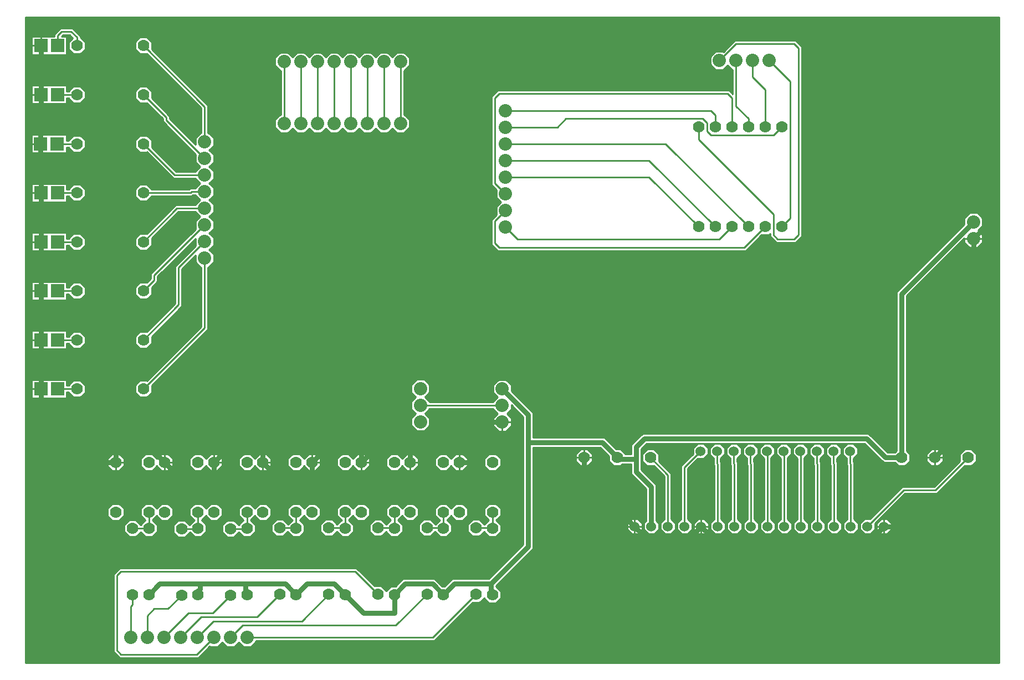
<source format=gbr>
G04 PROTEUS RS274X GERBER FILE*
%FSLAX45Y45*%
%MOMM*%
G01*
%ADD10C,0.254000*%
%ADD11C,0.762000*%
%ADD12C,1.778000*%
%ADD13R,2.032000X2.032000*%
%ADD14C,2.032000*%
%ADD15C,1.524000*%
%ADD16C,0.000000*%
G36*
X+14939040Y+60960D02*
X+60960Y+60960D01*
X+60960Y+9939040D01*
X+14939040Y+9939040D01*
X+14939040Y+60960D01*
G37*
%LPC*%
G36*
X+1315001Y+3079395D02*
X+1315001Y+3184605D01*
X+1389395Y+3258999D01*
X+1494605Y+3258999D01*
X+1568999Y+3184605D01*
X+1568999Y+3079395D01*
X+1494605Y+3005001D01*
X+1389395Y+3005001D01*
X+1315001Y+3079395D01*
G37*
G36*
X+2318999Y+3184605D02*
X+2318999Y+3079395D01*
X+2244605Y+3005001D01*
X+2139395Y+3005001D01*
X+2071000Y+3073396D01*
X+2002605Y+3005001D01*
X+1897395Y+3005001D01*
X+1823001Y+3079395D01*
X+1823001Y+3184605D01*
X+1897395Y+3258999D01*
X+2002605Y+3258999D01*
X+2071000Y+3190604D01*
X+2139395Y+3258999D01*
X+2244605Y+3258999D01*
X+2318999Y+3184605D01*
G37*
G36*
X+1315001Y+2317395D02*
X+1315001Y+2422605D01*
X+1389395Y+2496999D01*
X+1494605Y+2496999D01*
X+1568999Y+2422605D01*
X+1568999Y+2317395D01*
X+1494605Y+2243001D01*
X+1389395Y+2243001D01*
X+1315001Y+2317395D01*
G37*
G36*
X+2318999Y+2422605D02*
X+2318999Y+2317395D01*
X+2244605Y+2243001D01*
X+2139395Y+2243001D01*
X+2071000Y+2311396D01*
X+2004604Y+2245000D01*
X+2076999Y+2172605D01*
X+2076999Y+2067395D01*
X+2002605Y+1993001D01*
X+1897395Y+1993001D01*
X+1825000Y+2065396D01*
X+1752605Y+1993001D01*
X+1647395Y+1993001D01*
X+1573001Y+2067395D01*
X+1573001Y+2172605D01*
X+1647395Y+2246999D01*
X+1752605Y+2246999D01*
X+1825000Y+2174604D01*
X+1895396Y+2245000D01*
X+1823001Y+2317395D01*
X+1823001Y+2422605D01*
X+1897395Y+2496999D01*
X+2002605Y+2496999D01*
X+2071000Y+2428604D01*
X+2139395Y+2496999D01*
X+2244605Y+2496999D01*
X+2318999Y+2422605D01*
G37*
G36*
X+3068999Y+3184605D02*
X+3068999Y+3079395D01*
X+2994605Y+3005001D01*
X+2889395Y+3005001D01*
X+2821000Y+3073396D01*
X+2752605Y+3005001D01*
X+2647395Y+3005001D01*
X+2573001Y+3079395D01*
X+2573001Y+3184605D01*
X+2647395Y+3258999D01*
X+2752605Y+3258999D01*
X+2821000Y+3190604D01*
X+2889395Y+3258999D01*
X+2994605Y+3258999D01*
X+3068999Y+3184605D01*
G37*
G36*
X+3068999Y+2422605D02*
X+3068999Y+2317395D01*
X+2994605Y+2243001D01*
X+2889395Y+2243001D01*
X+2821000Y+2311396D01*
X+2754604Y+2245000D01*
X+2826999Y+2172605D01*
X+2826999Y+2067395D01*
X+2752605Y+1993001D01*
X+2647395Y+1993001D01*
X+2576999Y+2063397D01*
X+2576999Y+2063395D01*
X+2502605Y+1989001D01*
X+2397395Y+1989001D01*
X+2323001Y+2063395D01*
X+2323001Y+2168605D01*
X+2397395Y+2242999D01*
X+2502605Y+2242999D01*
X+2573001Y+2172603D01*
X+2573001Y+2172605D01*
X+2645396Y+2245000D01*
X+2573001Y+2317395D01*
X+2573001Y+2422605D01*
X+2647395Y+2496999D01*
X+2752605Y+2496999D01*
X+2821000Y+2428604D01*
X+2889395Y+2496999D01*
X+2994605Y+2496999D01*
X+3068999Y+2422605D01*
G37*
G36*
X+3818999Y+3184605D02*
X+3818999Y+3079395D01*
X+3744605Y+3005001D01*
X+3639395Y+3005001D01*
X+3571000Y+3073396D01*
X+3502605Y+3005001D01*
X+3397395Y+3005001D01*
X+3323001Y+3079395D01*
X+3323001Y+3184605D01*
X+3397395Y+3258999D01*
X+3502605Y+3258999D01*
X+3571000Y+3190604D01*
X+3639395Y+3258999D01*
X+3744605Y+3258999D01*
X+3818999Y+3184605D01*
G37*
G36*
X+3818999Y+2422605D02*
X+3818999Y+2317395D01*
X+3744605Y+2243001D01*
X+3639395Y+2243001D01*
X+3571000Y+2311396D01*
X+3504604Y+2245000D01*
X+3576999Y+2172605D01*
X+3576999Y+2067395D01*
X+3502605Y+1993001D01*
X+3397395Y+1993001D01*
X+3326999Y+2063397D01*
X+3326999Y+2063395D01*
X+3252605Y+1989001D01*
X+3147395Y+1989001D01*
X+3073001Y+2063395D01*
X+3073001Y+2168605D01*
X+3147395Y+2242999D01*
X+3252605Y+2242999D01*
X+3323001Y+2172603D01*
X+3323001Y+2172605D01*
X+3395396Y+2245000D01*
X+3323001Y+2317395D01*
X+3323001Y+2422605D01*
X+3397395Y+2496999D01*
X+3502605Y+2496999D01*
X+3571000Y+2428604D01*
X+3639395Y+2496999D01*
X+3744605Y+2496999D01*
X+3818999Y+2422605D01*
G37*
G36*
X+4568999Y+3184605D02*
X+4568999Y+3079395D01*
X+4494605Y+3005001D01*
X+4389395Y+3005001D01*
X+4321000Y+3073396D01*
X+4252605Y+3005001D01*
X+4147395Y+3005001D01*
X+4073001Y+3079395D01*
X+4073001Y+3184605D01*
X+4147395Y+3258999D01*
X+4252605Y+3258999D01*
X+4321000Y+3190604D01*
X+4389395Y+3258999D01*
X+4494605Y+3258999D01*
X+4568999Y+3184605D01*
G37*
G36*
X+4568999Y+2422605D02*
X+4568999Y+2317395D01*
X+4494605Y+2243001D01*
X+4389395Y+2243001D01*
X+4321000Y+2311396D01*
X+4254604Y+2245000D01*
X+4326999Y+2172605D01*
X+4326999Y+2067395D01*
X+4252605Y+1993001D01*
X+4147395Y+1993001D01*
X+4073001Y+2067395D01*
X+4073001Y+2069397D01*
X+4002605Y+1999001D01*
X+3897395Y+1999001D01*
X+3823001Y+2073395D01*
X+3823001Y+2178605D01*
X+3897395Y+2252999D01*
X+4002605Y+2252999D01*
X+4076999Y+2178605D01*
X+4076999Y+2176799D01*
X+4077195Y+2176799D01*
X+4145396Y+2245000D01*
X+4073001Y+2317395D01*
X+4073001Y+2422605D01*
X+4147395Y+2496999D01*
X+4252605Y+2496999D01*
X+4321000Y+2428604D01*
X+4389395Y+2496999D01*
X+4494605Y+2496999D01*
X+4568999Y+2422605D01*
G37*
G36*
X+5318999Y+3184605D02*
X+5318999Y+3079395D01*
X+5244605Y+3005001D01*
X+5139395Y+3005001D01*
X+5071000Y+3073396D01*
X+5002605Y+3005001D01*
X+4897395Y+3005001D01*
X+4823001Y+3079395D01*
X+4823001Y+3184605D01*
X+4897395Y+3258999D01*
X+5002605Y+3258999D01*
X+5071000Y+3190604D01*
X+5139395Y+3258999D01*
X+5244605Y+3258999D01*
X+5318999Y+3184605D01*
G37*
G36*
X+5318999Y+2422605D02*
X+5318999Y+2317395D01*
X+5244605Y+2243001D01*
X+5139395Y+2243001D01*
X+5071000Y+2311396D01*
X+5004604Y+2245000D01*
X+5076999Y+2172605D01*
X+5076999Y+2067395D01*
X+5002605Y+1993001D01*
X+4897395Y+1993001D01*
X+4823001Y+2067395D01*
X+4823001Y+2069397D01*
X+4752605Y+1999001D01*
X+4647395Y+1999001D01*
X+4573001Y+2073395D01*
X+4573001Y+2178605D01*
X+4647395Y+2252999D01*
X+4752605Y+2252999D01*
X+4826999Y+2178605D01*
X+4826999Y+2176799D01*
X+4827195Y+2176799D01*
X+4895396Y+2245000D01*
X+4823001Y+2317395D01*
X+4823001Y+2422605D01*
X+4897395Y+2496999D01*
X+5002605Y+2496999D01*
X+5071000Y+2428604D01*
X+5139395Y+2496999D01*
X+5244605Y+2496999D01*
X+5318999Y+2422605D01*
G37*
G36*
X+6068999Y+3184605D02*
X+6068999Y+3079395D01*
X+5994605Y+3005001D01*
X+5889395Y+3005001D01*
X+5821000Y+3073396D01*
X+5752605Y+3005001D01*
X+5647395Y+3005001D01*
X+5573001Y+3079395D01*
X+5573001Y+3184605D01*
X+5647395Y+3258999D01*
X+5752605Y+3258999D01*
X+5821000Y+3190604D01*
X+5889395Y+3258999D01*
X+5994605Y+3258999D01*
X+6068999Y+3184605D01*
G37*
G36*
X+6068999Y+2422605D02*
X+6068999Y+2317395D01*
X+5994605Y+2243001D01*
X+5889395Y+2243001D01*
X+5821000Y+2311396D01*
X+5754604Y+2245000D01*
X+5826999Y+2172605D01*
X+5826999Y+2067395D01*
X+5752605Y+1993001D01*
X+5647395Y+1993001D01*
X+5573001Y+2067395D01*
X+5573001Y+2069397D01*
X+5502605Y+1999001D01*
X+5397395Y+1999001D01*
X+5323001Y+2073395D01*
X+5323001Y+2178605D01*
X+5397395Y+2252999D01*
X+5502605Y+2252999D01*
X+5576999Y+2178605D01*
X+5576999Y+2176799D01*
X+5577195Y+2176799D01*
X+5645396Y+2245000D01*
X+5573001Y+2317395D01*
X+5573001Y+2422605D01*
X+5647395Y+2496999D01*
X+5752605Y+2496999D01*
X+5821000Y+2428604D01*
X+5889395Y+2496999D01*
X+5994605Y+2496999D01*
X+6068999Y+2422605D01*
G37*
G36*
X+6818999Y+3184605D02*
X+6818999Y+3079395D01*
X+6744605Y+3005001D01*
X+6639395Y+3005001D01*
X+6571000Y+3073396D01*
X+6502605Y+3005001D01*
X+6397395Y+3005001D01*
X+6323001Y+3079395D01*
X+6323001Y+3184605D01*
X+6397395Y+3258999D01*
X+6502605Y+3258999D01*
X+6571000Y+3190604D01*
X+6639395Y+3258999D01*
X+6744605Y+3258999D01*
X+6818999Y+3184605D01*
G37*
G36*
X+6818999Y+2422605D02*
X+6818999Y+2317395D01*
X+6744605Y+2243001D01*
X+6639395Y+2243001D01*
X+6571000Y+2311396D01*
X+6504604Y+2245000D01*
X+6576999Y+2172605D01*
X+6576999Y+2067395D01*
X+6502605Y+1993001D01*
X+6397395Y+1993001D01*
X+6323001Y+2067395D01*
X+6323001Y+2069397D01*
X+6252605Y+1999001D01*
X+6147395Y+1999001D01*
X+6073001Y+2073395D01*
X+6073001Y+2178605D01*
X+6147395Y+2252999D01*
X+6252605Y+2252999D01*
X+6326999Y+2178605D01*
X+6326999Y+2176799D01*
X+6327195Y+2176799D01*
X+6395396Y+2245000D01*
X+6323001Y+2317395D01*
X+6323001Y+2422605D01*
X+6397395Y+2496999D01*
X+6502605Y+2496999D01*
X+6571000Y+2428604D01*
X+6639395Y+2496999D01*
X+6744605Y+2496999D01*
X+6818999Y+2422605D01*
G37*
G36*
X+7073001Y+3079395D02*
X+7073001Y+3184605D01*
X+7147395Y+3258999D01*
X+7252605Y+3258999D01*
X+7326999Y+3184605D01*
X+7326999Y+3079395D01*
X+7252605Y+3005001D01*
X+7147395Y+3005001D01*
X+7073001Y+3079395D01*
G37*
G36*
X+7326999Y+2422605D02*
X+7326999Y+2317395D01*
X+7254604Y+2245000D01*
X+7326999Y+2172605D01*
X+7326999Y+2067395D01*
X+7252605Y+1993001D01*
X+7147395Y+1993001D01*
X+7073001Y+2067395D01*
X+7073001Y+2069397D01*
X+7002605Y+1999001D01*
X+6897395Y+1999001D01*
X+6823001Y+2073395D01*
X+6823001Y+2178605D01*
X+6897395Y+2252999D01*
X+7002605Y+2252999D01*
X+7076999Y+2178605D01*
X+7076999Y+2176799D01*
X+7077195Y+2176799D01*
X+7145396Y+2245000D01*
X+7073001Y+2317395D01*
X+7073001Y+2422605D01*
X+7147395Y+2496999D01*
X+7252605Y+2496999D01*
X+7326999Y+2422605D01*
G37*
G36*
X+14689699Y+6861865D02*
X+14689699Y+6746135D01*
X+14620564Y+6677000D01*
X+14689699Y+6607865D01*
X+14689699Y+6492135D01*
X+14607865Y+6410301D01*
X+14492135Y+6410301D01*
X+14410301Y+6492135D01*
X+14410301Y+6556541D01*
X+13526199Y+5672439D01*
X+13526199Y+3303405D01*
X+13576999Y+3252605D01*
X+13576999Y+3147395D01*
X+13502605Y+3073001D01*
X+13397395Y+3073001D01*
X+13346595Y+3123801D01*
X+13176439Y+3123801D01*
X+12883939Y+3416301D01*
X+9556561Y+3416301D01*
X+9474199Y+3333939D01*
X+9474199Y+3016061D01*
X+9702199Y+2788061D01*
X+9702199Y+2235444D01*
X+9740299Y+2197344D01*
X+9740299Y+2102656D01*
X+9673344Y+2035701D01*
X+9578656Y+2035701D01*
X+9511701Y+2102656D01*
X+9511701Y+2197344D01*
X+9549801Y+2235444D01*
X+9549801Y+2724939D01*
X+9321801Y+2952939D01*
X+9321801Y+3098801D01*
X+9186405Y+3098801D01*
X+9160605Y+3073001D01*
X+9055395Y+3073001D01*
X+8981001Y+3147395D01*
X+8981001Y+3219239D01*
X+8847439Y+3352801D01*
X+7823199Y+3352801D01*
X+7823199Y+1809939D01*
X+7251699Y+1238439D01*
X+7251699Y+1230999D01*
X+7252605Y+1230999D01*
X+7326999Y+1156605D01*
X+7326999Y+1051395D01*
X+7252605Y+977001D01*
X+7147395Y+977001D01*
X+7073001Y+1051395D01*
X+7073001Y+1053397D01*
X+7002605Y+983001D01*
X+6897395Y+983001D01*
X+6896118Y+984278D01*
X+6311041Y+399201D01*
X+3589699Y+399201D01*
X+3589699Y+392135D01*
X+3507865Y+310301D01*
X+3392135Y+310301D01*
X+3323000Y+379436D01*
X+3253865Y+310301D01*
X+3138135Y+310301D01*
X+3069000Y+379436D01*
X+2999865Y+310301D01*
X+2884135Y+310301D01*
X+2879138Y+315298D01*
X+2703541Y+139701D01*
X+1502959Y+139701D01*
X+1409701Y+232959D01*
X+1409701Y+1418041D01*
X+1502959Y+1511299D01*
X+5120541Y+1511299D01*
X+5396118Y+1235722D01*
X+5397395Y+1236999D01*
X+5502605Y+1236999D01*
X+5576999Y+1162605D01*
X+5576999Y+1160603D01*
X+5647395Y+1230999D01*
X+5719239Y+1230999D01*
X+5834439Y+1346199D01*
X+6315561Y+1346199D01*
X+6430761Y+1230999D01*
X+6469239Y+1230999D01*
X+6584439Y+1346199D01*
X+7143939Y+1346199D01*
X+7670801Y+1873061D01*
X+7670801Y+3825439D01*
X+7489699Y+4006541D01*
X+7489699Y+3942135D01*
X+7420564Y+3873000D01*
X+7489699Y+3803865D01*
X+7489699Y+3688135D01*
X+7407865Y+3606301D01*
X+7292135Y+3606301D01*
X+7210301Y+3688135D01*
X+7210301Y+3803865D01*
X+7279436Y+3873000D01*
X+7210301Y+3942135D01*
X+7210301Y+3949201D01*
X+6332959Y+3949201D01*
X+6328959Y+3953201D01*
X+6239699Y+3953201D01*
X+6239699Y+3946135D01*
X+6170564Y+3877000D01*
X+6239699Y+3807865D01*
X+6239699Y+3692135D01*
X+6157865Y+3610301D01*
X+6042135Y+3610301D01*
X+5960301Y+3692135D01*
X+5960301Y+3807865D01*
X+6029436Y+3877000D01*
X+5960301Y+3946135D01*
X+5960301Y+4061865D01*
X+6029436Y+4131000D01*
X+5960301Y+4200135D01*
X+5960301Y+4315865D01*
X+6042135Y+4397699D01*
X+6157865Y+4397699D01*
X+6239699Y+4315865D01*
X+6239699Y+4200135D01*
X+6170564Y+4131000D01*
X+6239699Y+4061865D01*
X+6239699Y+4054799D01*
X+6371041Y+4054799D01*
X+6375041Y+4050799D01*
X+7210301Y+4050799D01*
X+7210301Y+4057865D01*
X+7279436Y+4127000D01*
X+7210301Y+4196135D01*
X+7210301Y+4311865D01*
X+7292135Y+4393699D01*
X+7407865Y+4393699D01*
X+7489699Y+4311865D01*
X+7489699Y+4222061D01*
X+7823199Y+3888561D01*
X+7823199Y+3505199D01*
X+8910561Y+3505199D01*
X+9088761Y+3326999D01*
X+9160605Y+3326999D01*
X+9234999Y+3252605D01*
X+9234999Y+3251199D01*
X+9321801Y+3251199D01*
X+9321801Y+3397061D01*
X+9493439Y+3568699D01*
X+12947061Y+3568699D01*
X+13239561Y+3276199D01*
X+13346595Y+3276199D01*
X+13373801Y+3303405D01*
X+13373801Y+5735561D01*
X+14410301Y+6772061D01*
X+14410301Y+6861865D01*
X+14492135Y+6943699D01*
X+14607865Y+6943699D01*
X+14689699Y+6861865D01*
G37*
G36*
X+693699Y+4300799D02*
X+723001Y+4300799D01*
X+723001Y+4302605D01*
X+797395Y+4376999D01*
X+902605Y+4376999D01*
X+976999Y+4302605D01*
X+976999Y+4197395D01*
X+902605Y+4123001D01*
X+797395Y+4123001D01*
X+723001Y+4197395D01*
X+723001Y+4199201D01*
X+719542Y+4199201D01*
X+719541Y+4199200D01*
X+693699Y+4199200D01*
X+693699Y+4110301D01*
X+160301Y+4110301D01*
X+160301Y+4389699D01*
X+693699Y+4389699D01*
X+693699Y+4300799D01*
G37*
G36*
X+693699Y+5050799D02*
X+723001Y+5050799D01*
X+723001Y+5052605D01*
X+797395Y+5126999D01*
X+902605Y+5126999D01*
X+976999Y+5052605D01*
X+976999Y+4947395D01*
X+902605Y+4873001D01*
X+797395Y+4873001D01*
X+723001Y+4947395D01*
X+723001Y+4949201D01*
X+719542Y+4949201D01*
X+719541Y+4949200D01*
X+693699Y+4949200D01*
X+693699Y+4860301D01*
X+160301Y+4860301D01*
X+160301Y+5139699D01*
X+693699Y+5139699D01*
X+693699Y+5050799D01*
G37*
G36*
X+693699Y+5800799D02*
X+723001Y+5800799D01*
X+723001Y+5802605D01*
X+797395Y+5876999D01*
X+902605Y+5876999D01*
X+976999Y+5802605D01*
X+976999Y+5697395D01*
X+902605Y+5623001D01*
X+797395Y+5623001D01*
X+723001Y+5697395D01*
X+723001Y+5699201D01*
X+719542Y+5699201D01*
X+719541Y+5699200D01*
X+693699Y+5699200D01*
X+693699Y+5610301D01*
X+160301Y+5610301D01*
X+160301Y+5889699D01*
X+693699Y+5889699D01*
X+693699Y+5800799D01*
G37*
G36*
X+693699Y+6550799D02*
X+723001Y+6550799D01*
X+723001Y+6552605D01*
X+797395Y+6626999D01*
X+902605Y+6626999D01*
X+976999Y+6552605D01*
X+976999Y+6447395D01*
X+902605Y+6373001D01*
X+797395Y+6373001D01*
X+723001Y+6447395D01*
X+723001Y+6449201D01*
X+719542Y+6449201D01*
X+719541Y+6449200D01*
X+693699Y+6449200D01*
X+693699Y+6360301D01*
X+160301Y+6360301D01*
X+160301Y+6639699D01*
X+693699Y+6639699D01*
X+693699Y+6550799D01*
G37*
G36*
X+693699Y+7300799D02*
X+723001Y+7300799D01*
X+723001Y+7302605D01*
X+797395Y+7376999D01*
X+902605Y+7376999D01*
X+976999Y+7302605D01*
X+976999Y+7197395D01*
X+902605Y+7123001D01*
X+797395Y+7123001D01*
X+723001Y+7197395D01*
X+723001Y+7199201D01*
X+719542Y+7199201D01*
X+719541Y+7199200D01*
X+693699Y+7199200D01*
X+693699Y+7110301D01*
X+160301Y+7110301D01*
X+160301Y+7389699D01*
X+693699Y+7389699D01*
X+693699Y+7300799D01*
G37*
G36*
X+689699Y+8050799D02*
X+723001Y+8050799D01*
X+723001Y+8052605D01*
X+797395Y+8126999D01*
X+902605Y+8126999D01*
X+976999Y+8052605D01*
X+976999Y+7947395D01*
X+902605Y+7873001D01*
X+797395Y+7873001D01*
X+723001Y+7947395D01*
X+723001Y+7949201D01*
X+719542Y+7949201D01*
X+719541Y+7949200D01*
X+689699Y+7949200D01*
X+689699Y+7860301D01*
X+156301Y+7860301D01*
X+156301Y+8139699D01*
X+689699Y+8139699D01*
X+689699Y+8050799D01*
G37*
G36*
X+693699Y+8800799D02*
X+723001Y+8800799D01*
X+723001Y+8802605D01*
X+797395Y+8876999D01*
X+902605Y+8876999D01*
X+976999Y+8802605D01*
X+976999Y+8697395D01*
X+902605Y+8623001D01*
X+797395Y+8623001D01*
X+723001Y+8697395D01*
X+723001Y+8699201D01*
X+719542Y+8699201D01*
X+719541Y+8699200D01*
X+693699Y+8699200D01*
X+693699Y+8610301D01*
X+160301Y+8610301D01*
X+160301Y+8889699D01*
X+693699Y+8889699D01*
X+693699Y+8800799D01*
G37*
G36*
X+885920Y+9663420D02*
X+900799Y+9648541D01*
X+900799Y+9626999D01*
X+902605Y+9626999D01*
X+976999Y+9552605D01*
X+976999Y+9447395D01*
X+902605Y+9373001D01*
X+797395Y+9373001D01*
X+723001Y+9447395D01*
X+723001Y+9552605D01*
X+788028Y+9617632D01*
X+740959Y+9664701D01*
X+638541Y+9664701D01*
X+613539Y+9639699D01*
X+693699Y+9639699D01*
X+693699Y+9360301D01*
X+160301Y+9360301D01*
X+160301Y+9639699D01*
X+503201Y+9639699D01*
X+503201Y+9673041D01*
X+596459Y+9766299D01*
X+783041Y+9766299D01*
X+885920Y+9663420D01*
G37*
G36*
X+5933199Y+9315365D02*
X+5933199Y+9199635D01*
X+5851365Y+9117801D01*
X+5844299Y+9117801D01*
X+5844299Y+8447199D01*
X+5851365Y+8447199D01*
X+5933199Y+8365365D01*
X+5933199Y+8249635D01*
X+5851365Y+8167801D01*
X+5735635Y+8167801D01*
X+5666500Y+8236936D01*
X+5597365Y+8167801D01*
X+5481635Y+8167801D01*
X+5412500Y+8236936D01*
X+5343365Y+8167801D01*
X+5227635Y+8167801D01*
X+5158500Y+8236936D01*
X+5089365Y+8167801D01*
X+4973635Y+8167801D01*
X+4904500Y+8236936D01*
X+4835365Y+8167801D01*
X+4719635Y+8167801D01*
X+4650500Y+8236936D01*
X+4581365Y+8167801D01*
X+4465635Y+8167801D01*
X+4396500Y+8236936D01*
X+4327365Y+8167801D01*
X+4211635Y+8167801D01*
X+4142500Y+8236936D01*
X+4073365Y+8167801D01*
X+3957635Y+8167801D01*
X+3875801Y+8249635D01*
X+3875801Y+8365365D01*
X+3957635Y+8447199D01*
X+3964701Y+8447199D01*
X+3964701Y+9117801D01*
X+3957635Y+9117801D01*
X+3875801Y+9199635D01*
X+3875801Y+9315365D01*
X+3957635Y+9397199D01*
X+4073365Y+9397199D01*
X+4142500Y+9328064D01*
X+4211635Y+9397199D01*
X+4327365Y+9397199D01*
X+4396500Y+9328064D01*
X+4465635Y+9397199D01*
X+4581365Y+9397199D01*
X+4650500Y+9328064D01*
X+4719635Y+9397199D01*
X+4835365Y+9397199D01*
X+4904500Y+9328064D01*
X+4973635Y+9397199D01*
X+5089365Y+9397199D01*
X+5158500Y+9328064D01*
X+5227635Y+9397199D01*
X+5343365Y+9397199D01*
X+5412500Y+9328064D01*
X+5481635Y+9397199D01*
X+5597365Y+9397199D01*
X+5666500Y+9328064D01*
X+5735635Y+9397199D01*
X+5851365Y+9397199D01*
X+5933199Y+9315365D01*
G37*
G36*
X+1992999Y+9552605D02*
X+1992999Y+9447395D01*
X+1991722Y+9446118D01*
X+2850799Y+8587041D01*
X+2850799Y+8167699D01*
X+2857865Y+8167699D01*
X+2939699Y+8085865D01*
X+2939699Y+7970135D01*
X+2870564Y+7901000D01*
X+2939699Y+7831865D01*
X+2939699Y+7716135D01*
X+2870564Y+7647000D01*
X+2939699Y+7577865D01*
X+2939699Y+7462135D01*
X+2870564Y+7393000D01*
X+2939699Y+7323865D01*
X+2939699Y+7208135D01*
X+2870564Y+7139000D01*
X+2939699Y+7069865D01*
X+2939699Y+6954135D01*
X+2870564Y+6885000D01*
X+2939699Y+6815865D01*
X+2939699Y+6700135D01*
X+2870564Y+6631000D01*
X+2939699Y+6561865D01*
X+2939699Y+6446135D01*
X+2870564Y+6377000D01*
X+2939699Y+6307865D01*
X+2939699Y+6192135D01*
X+2857865Y+6110301D01*
X+2850799Y+6110301D01*
X+2850799Y+5162959D01*
X+1991722Y+4303882D01*
X+1992999Y+4302605D01*
X+1992999Y+4197395D01*
X+1918605Y+4123001D01*
X+1813395Y+4123001D01*
X+1739001Y+4197395D01*
X+1739001Y+4302605D01*
X+1813395Y+4376999D01*
X+1918605Y+4376999D01*
X+1919882Y+4375722D01*
X+2749201Y+5205041D01*
X+2749201Y+6110301D01*
X+2742135Y+6110301D01*
X+2660301Y+6192135D01*
X+2660301Y+6292461D01*
X+2454397Y+6086557D01*
X+2454397Y+5516557D01*
X+1991722Y+5053882D01*
X+1992999Y+5052605D01*
X+1992999Y+4947395D01*
X+1918605Y+4873001D01*
X+1813395Y+4873001D01*
X+1739001Y+4947395D01*
X+1739001Y+5052605D01*
X+1813395Y+5126999D01*
X+1918605Y+5126999D01*
X+1919882Y+5125722D01*
X+2352799Y+5558639D01*
X+2352799Y+6128639D01*
X+2665298Y+6441138D01*
X+2660301Y+6446135D01*
X+2660301Y+6546461D01*
X+2082799Y+5968959D01*
X+2082799Y+5894959D01*
X+1991722Y+5803882D01*
X+1992999Y+5802605D01*
X+1992999Y+5697395D01*
X+1918605Y+5623001D01*
X+1813395Y+5623001D01*
X+1739001Y+5697395D01*
X+1739001Y+5802605D01*
X+1813395Y+5876999D01*
X+1918605Y+5876999D01*
X+1919882Y+5875722D01*
X+1981201Y+5937041D01*
X+1981201Y+6011041D01*
X+2665298Y+6695138D01*
X+2660301Y+6700135D01*
X+2660301Y+6815865D01*
X+2729436Y+6885000D01*
X+2660301Y+6954135D01*
X+2660301Y+6961201D01*
X+2399042Y+6961202D01*
X+1991722Y+6553882D01*
X+1992999Y+6552605D01*
X+1992999Y+6447395D01*
X+1918605Y+6373001D01*
X+1813395Y+6373001D01*
X+1739001Y+6447395D01*
X+1739001Y+6552605D01*
X+1813395Y+6626999D01*
X+1918605Y+6626999D01*
X+1919882Y+6625722D01*
X+2356958Y+7062798D01*
X+2378000Y+7062798D01*
X+2660301Y+7062799D01*
X+2660301Y+7069865D01*
X+2729436Y+7139000D01*
X+2660301Y+7208135D01*
X+2660301Y+7215201D01*
X+2624541Y+7215201D01*
X+2608541Y+7199201D01*
X+1992999Y+7199201D01*
X+1992999Y+7197395D01*
X+1918605Y+7123001D01*
X+1813395Y+7123001D01*
X+1739001Y+7197395D01*
X+1739001Y+7302605D01*
X+1813395Y+7376999D01*
X+1918605Y+7376999D01*
X+1992999Y+7302605D01*
X+1992999Y+7300799D01*
X+2566459Y+7300799D01*
X+2582459Y+7316799D01*
X+2660301Y+7316799D01*
X+2660301Y+7323865D01*
X+2729436Y+7393000D01*
X+2660301Y+7462135D01*
X+2660301Y+7469201D01*
X+2324959Y+7469201D01*
X+1919882Y+7874278D01*
X+1918605Y+7873001D01*
X+1813395Y+7873001D01*
X+1739001Y+7947395D01*
X+1739001Y+8052605D01*
X+1813395Y+8126999D01*
X+1918605Y+8126999D01*
X+1992999Y+8052605D01*
X+1992999Y+7947395D01*
X+1991722Y+7946118D01*
X+2367041Y+7570799D01*
X+2660301Y+7570799D01*
X+2660301Y+7577865D01*
X+2729436Y+7647000D01*
X+2660301Y+7716135D01*
X+2660301Y+7831865D01*
X+2665298Y+7836862D01*
X+2162404Y+8339756D01*
X+2162404Y+8381756D01*
X+1919882Y+8624278D01*
X+1918605Y+8623001D01*
X+1813395Y+8623001D01*
X+1739001Y+8697395D01*
X+1739001Y+8802605D01*
X+1813395Y+8876999D01*
X+1918605Y+8876999D01*
X+1992999Y+8802605D01*
X+1992999Y+8697395D01*
X+1991722Y+8696118D01*
X+2264002Y+8423838D01*
X+2264002Y+8381838D01*
X+2660301Y+7985539D01*
X+2660301Y+8085865D01*
X+2742135Y+8167699D01*
X+2749201Y+8167699D01*
X+2749201Y+8544959D01*
X+1919882Y+9374278D01*
X+1918605Y+9373001D01*
X+1813395Y+9373001D01*
X+1739001Y+9447395D01*
X+1739001Y+9552605D01*
X+1813395Y+9626999D01*
X+1918605Y+9626999D01*
X+1992999Y+9552605D01*
G37*
G36*
X+10494299Y+3347344D02*
X+10494299Y+3252656D01*
X+10427344Y+3185701D01*
X+10337541Y+3185701D01*
X+10184799Y+3032959D01*
X+10184799Y+2260844D01*
X+10248299Y+2197344D01*
X+10248299Y+2102656D01*
X+10181344Y+2035701D01*
X+10086656Y+2035701D01*
X+10019701Y+2102656D01*
X+10019701Y+2197344D01*
X+10083201Y+2260844D01*
X+10083201Y+3075041D01*
X+10265701Y+3257541D01*
X+10265701Y+3347344D01*
X+10332656Y+3414299D01*
X+10427344Y+3414299D01*
X+10494299Y+3347344D01*
G37*
G36*
X+10748299Y+3347344D02*
X+10748299Y+3252656D01*
X+10684799Y+3189156D01*
X+10684799Y+3132541D01*
X+10692799Y+3124541D01*
X+10692799Y+2260844D01*
X+10756299Y+2197344D01*
X+10756299Y+2102656D01*
X+10689344Y+2035701D01*
X+10594656Y+2035701D01*
X+10527701Y+2102656D01*
X+10527701Y+2197344D01*
X+10591201Y+2260844D01*
X+10591201Y+3082459D01*
X+10583201Y+3090459D01*
X+10583201Y+3189156D01*
X+10519701Y+3252656D01*
X+10519701Y+3347344D01*
X+10586656Y+3414299D01*
X+10681344Y+3414299D01*
X+10748299Y+3347344D01*
G37*
G36*
X+11002299Y+3347344D02*
X+11002299Y+3252656D01*
X+10938799Y+3189156D01*
X+10938799Y+3132541D01*
X+10946799Y+3124541D01*
X+10946799Y+2260844D01*
X+11010299Y+2197344D01*
X+11010299Y+2102656D01*
X+10943344Y+2035701D01*
X+10848656Y+2035701D01*
X+10781701Y+2102656D01*
X+10781701Y+2197344D01*
X+10845201Y+2260844D01*
X+10845201Y+3082459D01*
X+10837201Y+3090459D01*
X+10837201Y+3189156D01*
X+10773701Y+3252656D01*
X+10773701Y+3347344D01*
X+10840656Y+3414299D01*
X+10935344Y+3414299D01*
X+11002299Y+3347344D01*
G37*
G36*
X+11256299Y+3347344D02*
X+11256299Y+3252656D01*
X+11192799Y+3189156D01*
X+11192799Y+3132541D01*
X+11200799Y+3124541D01*
X+11200799Y+2260844D01*
X+11264299Y+2197344D01*
X+11264299Y+2102656D01*
X+11197344Y+2035701D01*
X+11102656Y+2035701D01*
X+11035701Y+2102656D01*
X+11035701Y+2197344D01*
X+11099201Y+2260844D01*
X+11099201Y+3082459D01*
X+11091201Y+3090459D01*
X+11091201Y+3189156D01*
X+11027701Y+3252656D01*
X+11027701Y+3347344D01*
X+11094656Y+3414299D01*
X+11189344Y+3414299D01*
X+11256299Y+3347344D01*
G37*
G36*
X+11510299Y+3347344D02*
X+11510299Y+3252656D01*
X+11454799Y+3197156D01*
X+11454799Y+2260844D01*
X+11518299Y+2197344D01*
X+11518299Y+2102656D01*
X+11451344Y+2035701D01*
X+11356656Y+2035701D01*
X+11289701Y+2102656D01*
X+11289701Y+2197344D01*
X+11353201Y+2260844D01*
X+11353201Y+3185701D01*
X+11348656Y+3185701D01*
X+11281701Y+3252656D01*
X+11281701Y+3347344D01*
X+11348656Y+3414299D01*
X+11443344Y+3414299D01*
X+11510299Y+3347344D01*
G37*
G36*
X+11764299Y+3347344D02*
X+11764299Y+3252656D01*
X+11708799Y+3197156D01*
X+11708799Y+2260844D01*
X+11772299Y+2197344D01*
X+11772299Y+2102656D01*
X+11705344Y+2035701D01*
X+11610656Y+2035701D01*
X+11543701Y+2102656D01*
X+11543701Y+2197344D01*
X+11607201Y+2260844D01*
X+11607201Y+3185701D01*
X+11602656Y+3185701D01*
X+11535701Y+3252656D01*
X+11535701Y+3347344D01*
X+11602656Y+3414299D01*
X+11697344Y+3414299D01*
X+11764299Y+3347344D01*
G37*
G36*
X+12018299Y+3347344D02*
X+12018299Y+3252656D01*
X+11962799Y+3197156D01*
X+11962799Y+2260844D01*
X+12026299Y+2197344D01*
X+12026299Y+2102656D01*
X+11959344Y+2035701D01*
X+11864656Y+2035701D01*
X+11797701Y+2102656D01*
X+11797701Y+2197344D01*
X+11861201Y+2260844D01*
X+11861201Y+3185701D01*
X+11856656Y+3185701D01*
X+11789701Y+3252656D01*
X+11789701Y+3347344D01*
X+11856656Y+3414299D01*
X+11951344Y+3414299D01*
X+12018299Y+3347344D01*
G37*
G36*
X+12272299Y+3347344D02*
X+12272299Y+3252656D01*
X+12208799Y+3189156D01*
X+12208799Y+3132541D01*
X+12216799Y+3124541D01*
X+12216799Y+2260844D01*
X+12280299Y+2197344D01*
X+12280299Y+2102656D01*
X+12213344Y+2035701D01*
X+12118656Y+2035701D01*
X+12051701Y+2102656D01*
X+12051701Y+2197344D01*
X+12115201Y+2260844D01*
X+12115201Y+3082459D01*
X+12107201Y+3090459D01*
X+12107201Y+3189156D01*
X+12043701Y+3252656D01*
X+12043701Y+3347344D01*
X+12110656Y+3414299D01*
X+12205344Y+3414299D01*
X+12272299Y+3347344D01*
G37*
G36*
X+12526299Y+3347344D02*
X+12526299Y+3252656D01*
X+12462799Y+3189156D01*
X+12462799Y+3132541D01*
X+12470799Y+3124541D01*
X+12470799Y+2260844D01*
X+12534299Y+2197344D01*
X+12534299Y+2102656D01*
X+12467344Y+2035701D01*
X+12372656Y+2035701D01*
X+12305701Y+2102656D01*
X+12305701Y+2197344D01*
X+12369201Y+2260844D01*
X+12369201Y+3082459D01*
X+12361201Y+3090459D01*
X+12361201Y+3189156D01*
X+12297701Y+3252656D01*
X+12297701Y+3347344D01*
X+12364656Y+3414299D01*
X+12459344Y+3414299D01*
X+12526299Y+3347344D01*
G37*
G36*
X+12780299Y+3347344D02*
X+12780299Y+3252656D01*
X+12716799Y+3189156D01*
X+12716799Y+3132541D01*
X+12724799Y+3124541D01*
X+12724799Y+2260844D01*
X+12788299Y+2197344D01*
X+12788299Y+2102656D01*
X+12721344Y+2035701D01*
X+12626656Y+2035701D01*
X+12559701Y+2102656D01*
X+12559701Y+2197344D01*
X+12623201Y+2260844D01*
X+12623201Y+3082459D01*
X+12615201Y+3090459D01*
X+12615201Y+3189156D01*
X+12551701Y+3252656D01*
X+12551701Y+3347344D01*
X+12618656Y+3414299D01*
X+12713344Y+3414299D01*
X+12780299Y+3347344D01*
G37*
G36*
X+9486299Y+2197344D02*
X+9486299Y+2102656D01*
X+9419344Y+2035701D01*
X+9324656Y+2035701D01*
X+9257701Y+2102656D01*
X+9257701Y+2197344D01*
X+9324656Y+2264299D01*
X+9419344Y+2264299D01*
X+9486299Y+2197344D01*
G37*
G36*
X+9742999Y+3252605D02*
X+9742999Y+3147395D01*
X+9741722Y+3146118D01*
X+9930799Y+2957041D01*
X+9930799Y+2260844D01*
X+9994299Y+2197344D01*
X+9994299Y+2102656D01*
X+9927344Y+2035701D01*
X+9832656Y+2035701D01*
X+9765701Y+2102656D01*
X+9765701Y+2197344D01*
X+9829201Y+2260844D01*
X+9829201Y+2914959D01*
X+9669882Y+3074278D01*
X+9668605Y+3073001D01*
X+9563395Y+3073001D01*
X+9489001Y+3147395D01*
X+9489001Y+3252605D01*
X+9563395Y+3326999D01*
X+9668605Y+3326999D01*
X+9742999Y+3252605D01*
G37*
G36*
X+10502299Y+2197344D02*
X+10502299Y+2102656D01*
X+10435344Y+2035701D01*
X+10340656Y+2035701D01*
X+10273701Y+2102656D01*
X+10273701Y+2197344D01*
X+10340656Y+2264299D01*
X+10435344Y+2264299D01*
X+10502299Y+2197344D01*
G37*
G36*
X+14592999Y+3252605D02*
X+14592999Y+3147395D01*
X+14518605Y+3073001D01*
X+14413395Y+3073001D01*
X+14412118Y+3074278D01*
X+13992362Y+2654522D01*
X+13504362Y+2654522D01*
X+13042299Y+2192459D01*
X+13042299Y+2102656D01*
X+12975344Y+2035701D01*
X+12880656Y+2035701D01*
X+12813701Y+2102656D01*
X+12813701Y+2197344D01*
X+12880656Y+2264299D01*
X+12970459Y+2264299D01*
X+13462280Y+2756120D01*
X+13950280Y+2756120D01*
X+14340278Y+3146118D01*
X+14339001Y+3147395D01*
X+14339001Y+3252605D01*
X+14413395Y+3326999D01*
X+14518605Y+3326999D01*
X+14592999Y+3252605D01*
G37*
G36*
X+13296299Y+2197344D02*
X+13296299Y+2102656D01*
X+13229344Y+2035701D01*
X+13134656Y+2035701D01*
X+13067701Y+2102656D01*
X+13067701Y+2197344D01*
X+13134656Y+2264299D01*
X+13229344Y+2264299D01*
X+13296299Y+2197344D01*
G37*
G36*
X+11846920Y+9560920D02*
X+11925299Y+9482541D01*
X+11925299Y+6582959D01*
X+11832041Y+6489701D01*
X+11535959Y+6489701D01*
X+11442701Y+6582959D01*
X+11442701Y+6627597D01*
X+11419105Y+6604001D01*
X+11313895Y+6604001D01*
X+11312618Y+6605278D01*
X+11070041Y+6362701D01*
X+7281459Y+6362701D01*
X+7188201Y+6455959D01*
X+7188201Y+6840541D01*
X+7264298Y+6916638D01*
X+7259301Y+6921635D01*
X+7259301Y+7037365D01*
X+7328436Y+7106500D01*
X+7259301Y+7175635D01*
X+7259301Y+7291365D01*
X+7264298Y+7296362D01*
X+7188201Y+7372459D01*
X+7188201Y+8720541D01*
X+7281459Y+8813799D01*
X+10816041Y+8813799D01*
X+10871201Y+8758639D01*
X+10871201Y+9131301D01*
X+10864135Y+9131301D01*
X+10795000Y+9200436D01*
X+10725865Y+9131301D01*
X+10610135Y+9131301D01*
X+10528301Y+9213135D01*
X+10528301Y+9328865D01*
X+10610135Y+9410699D01*
X+10725865Y+9410699D01*
X+10730862Y+9405702D01*
X+10900959Y+9575799D01*
X+11832041Y+9575799D01*
X+11846920Y+9560920D01*
G37*
G36*
X+8473001Y+3147395D02*
X+8473001Y+3252605D01*
X+8547395Y+3326999D01*
X+8652605Y+3326999D01*
X+8726999Y+3252605D01*
X+8726999Y+3147395D01*
X+8652605Y+3073001D01*
X+8547395Y+3073001D01*
X+8473001Y+3147395D01*
G37*
G36*
X+13831001Y+3147395D02*
X+13831001Y+3252605D01*
X+13905395Y+3326999D01*
X+14010605Y+3326999D01*
X+14084999Y+3252605D01*
X+14084999Y+3147395D01*
X+14010605Y+3073001D01*
X+13905395Y+3073001D01*
X+13831001Y+3147395D01*
G37*
%LPD*%
D10*
X+1950000Y+2120000D02*
X+1700000Y+2120000D01*
X+1950000Y+2120000D02*
X+1950000Y+2370000D01*
X+2700000Y+2120000D02*
X+2696000Y+2116000D01*
X+2450000Y+2116000D01*
X+2700000Y+2120000D02*
X+2700000Y+2370000D01*
X+3450000Y+2120000D02*
X+3446000Y+2116000D01*
X+3200000Y+2116000D01*
X+3450000Y+2120000D02*
X+3450000Y+2370000D01*
X+4200000Y+2120000D02*
X+4194000Y+2126000D01*
X+3950000Y+2126000D01*
X+4200000Y+2120000D02*
X+4200000Y+2370000D01*
X+4950000Y+2120000D02*
X+4944000Y+2126000D01*
X+4700000Y+2126000D01*
X+4950000Y+2120000D02*
X+4950000Y+2370000D01*
X+5700000Y+2120000D02*
X+5694000Y+2126000D01*
X+5450000Y+2126000D01*
X+5700000Y+2120000D02*
X+5700000Y+2370000D01*
X+6450000Y+2120000D02*
X+6444000Y+2126000D01*
X+6200000Y+2126000D01*
X+6450000Y+2120000D02*
X+6450000Y+2370000D01*
X+7200000Y+2120000D02*
X+7194000Y+2126000D01*
X+6950000Y+2126000D01*
X+7200000Y+2120000D02*
X+7200000Y+2370000D01*
X+1700000Y+1104000D02*
X+1700000Y+952500D01*
X+1672000Y+924500D01*
X+1672000Y+450000D01*
X+2450000Y+1100000D02*
X+2239000Y+889000D01*
X+2032000Y+889000D01*
X+1926000Y+783000D01*
X+1926000Y+450000D01*
X+2180000Y+450000D02*
X+2555500Y+825500D01*
X+2925500Y+825500D01*
X+3200000Y+1100000D01*
X+2434000Y+450000D02*
X+2746000Y+762000D01*
X+3602000Y+762000D01*
X+3950000Y+1110000D01*
X+2688000Y+450000D02*
X+2936500Y+698500D01*
X+4288500Y+698500D01*
X+4700000Y+1110000D01*
X+2942000Y+450000D02*
X+2682500Y+190500D01*
X+1524000Y+190500D01*
X+1460500Y+254000D01*
X+1460500Y+1397000D01*
X+1524000Y+1460500D01*
X+5099500Y+1460500D01*
X+5450000Y+1110000D01*
X+3196000Y+450000D02*
X+3381000Y+635000D01*
X+5725000Y+635000D01*
X+6200000Y+1110000D01*
X+3450000Y+450000D02*
X+6290000Y+450000D01*
X+6950000Y+1110000D01*
X+5793500Y+9257500D02*
X+5793500Y+8307500D01*
X+5539500Y+9257500D02*
X+5539500Y+8307500D01*
X+5285500Y+9257500D02*
X+5285500Y+8307500D01*
X+5031500Y+9257500D02*
X+5031500Y+8307500D01*
X+4777500Y+9257500D02*
X+4777500Y+8307500D01*
X+4523500Y+9257500D02*
X+4523500Y+8307500D01*
X+4269500Y+9257500D02*
X+4269500Y+8307500D01*
X+4015500Y+9257500D02*
X+4015500Y+8307500D01*
X+554000Y+4250000D02*
X+554001Y+4249999D01*
X+698500Y+4249999D01*
X+698501Y+4250000D01*
X+850000Y+4250000D01*
X+554000Y+5000000D02*
X+554001Y+4999999D01*
X+698500Y+4999999D01*
X+698501Y+5000000D01*
X+850000Y+5000000D01*
X+554000Y+5750000D02*
X+554001Y+5749999D01*
X+698500Y+5749999D01*
X+698501Y+5750000D01*
X+850000Y+5750000D01*
X+554000Y+6500000D02*
X+554001Y+6499999D01*
X+698500Y+6499999D01*
X+698501Y+6500000D01*
X+850000Y+6500000D01*
X+554000Y+7250000D02*
X+554001Y+7249999D01*
X+698500Y+7249999D01*
X+698501Y+7250000D01*
X+850000Y+7250000D01*
X+550000Y+8000000D02*
X+550001Y+7999999D01*
X+698500Y+7999999D01*
X+698501Y+8000000D01*
X+850000Y+8000000D01*
X+554000Y+8750000D02*
X+554001Y+8749999D01*
X+698500Y+8749999D01*
X+698501Y+8750000D01*
X+850000Y+8750000D01*
X+554000Y+9500000D02*
X+554000Y+9652000D01*
X+617500Y+9715500D01*
X+762000Y+9715500D01*
X+850000Y+9627500D01*
X+850000Y+9500000D01*
X+2800000Y+6250000D02*
X+2800000Y+5184000D01*
X+1866000Y+4250000D01*
X+2800000Y+6504000D02*
X+2403598Y+6107598D01*
X+2403598Y+5537598D01*
X+1866000Y+5000000D01*
X+2800000Y+6758000D02*
X+2032000Y+5990000D01*
X+2032000Y+5916000D01*
X+1866000Y+5750000D01*
X+2800000Y+7012000D02*
X+2378000Y+7012000D01*
X+1866000Y+6500000D01*
X+2800000Y+7266000D02*
X+2603500Y+7266000D01*
X+2587500Y+7250000D01*
X+1866000Y+7250000D01*
X+2800000Y+7520000D02*
X+2346000Y+7520000D01*
X+1866000Y+8000000D01*
X+2800000Y+7774000D02*
X+2213203Y+8360797D01*
X+2213203Y+8402797D01*
X+1866000Y+8750000D01*
X+2800000Y+8028000D02*
X+2800000Y+8566000D01*
X+1866000Y+9500000D01*
X+6100000Y+4004000D02*
X+6350000Y+4004000D01*
X+6354000Y+4000000D01*
X+7350000Y+4000000D01*
X+9880000Y+2150000D02*
X+9880000Y+2936000D01*
X+9616000Y+3200000D01*
X+14466000Y+3200000D02*
X+13971321Y+2705321D01*
X+13483321Y+2705321D01*
X+12928000Y+2150000D01*
X+10380000Y+3300000D02*
X+10134000Y+3054000D01*
X+10134000Y+2150000D01*
X+10634000Y+3300000D02*
X+10634000Y+3111500D01*
X+10642000Y+3103500D01*
X+10642000Y+2150000D01*
X+10888000Y+3300000D02*
X+10888000Y+3111500D01*
X+10896000Y+3103500D01*
X+10896000Y+2150000D01*
X+11142000Y+3300000D02*
X+11142000Y+3111500D01*
X+11150000Y+3103500D01*
X+11150000Y+2150000D01*
X+11396000Y+3300000D02*
X+11404000Y+3292000D01*
X+11404000Y+2150000D01*
X+11650000Y+3300000D02*
X+11658000Y+3292000D01*
X+11658000Y+2150000D01*
X+11904000Y+3300000D02*
X+11912000Y+3292000D01*
X+11912000Y+2150000D01*
X+12158000Y+3300000D02*
X+12158000Y+3111500D01*
X+12166000Y+3103500D01*
X+12166000Y+2150000D01*
X+12412000Y+3300000D02*
X+12412000Y+3111500D01*
X+12420000Y+3103500D01*
X+12420000Y+2150000D01*
X+12666000Y+3300000D02*
X+12666000Y+3111500D01*
X+12674000Y+3103500D01*
X+12674000Y+2150000D01*
X+7399000Y+8503500D02*
X+10541000Y+8503500D01*
X+10604500Y+8440000D01*
X+10604500Y+8255000D01*
X+7399000Y+8249500D02*
X+8191500Y+8249500D01*
X+8324000Y+8382000D01*
X+10414000Y+8382000D01*
X+10477500Y+8318500D01*
X+10477500Y+8191500D01*
X+10541000Y+8128000D01*
X+11493500Y+8128000D01*
X+11620500Y+8255000D01*
X+11112500Y+6731000D02*
X+9848000Y+7995500D01*
X+7399000Y+7995500D01*
X+7399000Y+7741500D02*
X+9594000Y+7741500D01*
X+10604500Y+6731000D01*
X+7399000Y+7487500D02*
X+9594000Y+7487500D01*
X+10350500Y+6731000D01*
X+7399000Y+7233500D02*
X+7239000Y+7393500D01*
X+7239000Y+8699500D01*
X+7302500Y+8763000D01*
X+10795000Y+8763000D01*
X+10858500Y+8699500D01*
X+10858500Y+8255000D01*
X+7399000Y+6979500D02*
X+7239000Y+6819500D01*
X+7239000Y+6477000D01*
X+7302500Y+6413500D01*
X+11049000Y+6413500D01*
X+11366500Y+6731000D01*
X+7399000Y+6725500D02*
X+7584000Y+6540500D01*
X+10668000Y+6540500D01*
X+10858500Y+6731000D01*
X+11430000Y+9271000D02*
X+11747500Y+8953500D01*
X+11747500Y+6858000D01*
X+11620500Y+6731000D01*
X+11176000Y+9271000D02*
X+11176000Y+9017000D01*
X+11366500Y+8826500D01*
X+11366500Y+8255000D01*
X+11112500Y+8255000D02*
X+11112500Y+8382000D01*
X+10922000Y+8572500D01*
X+10922000Y+9271000D01*
X+10668000Y+9271000D02*
X+10922000Y+9525000D01*
X+11811000Y+9525000D01*
X+11874500Y+9461500D01*
X+11874500Y+6604000D01*
X+11811000Y+6540500D01*
X+11557000Y+6540500D01*
X+11493500Y+6604000D01*
X+11493500Y+6921500D01*
X+10350500Y+8064500D01*
X+10350500Y+8255000D01*
D11*
X+14550000Y+6550000D02*
X+14732000Y+6732000D01*
X+14732000Y+6985000D01*
X+14605000Y+7112000D01*
X+14033500Y+7112000D01*
X+11750511Y+4829011D01*
X+5969000Y+4829011D01*
X+5842000Y+4702011D01*
X+5842000Y+3556000D01*
X+13182000Y+2150000D02*
X+14541500Y+2150000D01*
X+14668500Y+2277000D01*
X+14668500Y+3302000D01*
X+14605000Y+3365500D01*
X+1442000Y+3132000D02*
X+444500Y+3132000D01*
X+300000Y+3276500D01*
X+300000Y+4250000D01*
X+9372000Y+2150000D02*
X+8600000Y+2922000D01*
X+8600000Y+3200000D01*
X+10388000Y+2150000D02*
X+10569500Y+1968500D01*
X+13000500Y+1968500D01*
X+13182000Y+2150000D01*
X+14550000Y+6550000D02*
X+14550000Y+5143500D01*
X+14668500Y+5025000D01*
X+14668500Y+3429000D01*
X+14605000Y+3365500D01*
X+9372000Y+2150000D02*
X+9553500Y+1968500D01*
X+10206500Y+1968500D01*
X+10388000Y+2150000D01*
X+14605000Y+3365500D02*
X+14123500Y+3365500D01*
X+13958000Y+3200000D01*
X+6858000Y+3619500D02*
X+6984500Y+3746000D01*
X+7350000Y+3746000D01*
X+6858000Y+3619500D02*
X+6985000Y+3492500D01*
X+6985000Y+3132000D01*
X+6692000Y+3132000D01*
X+5842000Y+3556000D02*
X+5842000Y+3402000D01*
X+5942000Y+3302000D01*
X+5942000Y+3132000D01*
X+300000Y+7250000D02*
X+300000Y+7493000D01*
X+296000Y+7497000D01*
X+296000Y+8000000D01*
X+296000Y+8255000D01*
X+300000Y+8259000D01*
X+300000Y+8750000D01*
X+6858000Y+3619500D02*
X+6794500Y+3556000D01*
X+5842000Y+3556000D01*
X+4442000Y+3132000D02*
X+4739000Y+3429000D01*
X+5192000Y+3429000D01*
X+5192000Y+3132000D01*
X+5616000Y+3556000D01*
X+5842000Y+3556000D01*
X+2942000Y+3132000D02*
X+3239000Y+3429000D01*
X+3556000Y+3429000D01*
X+3692000Y+3293000D01*
X+3692000Y+3132000D01*
X+1442000Y+3132000D02*
X+1442000Y+3302000D01*
X+1569000Y+3429000D01*
X+1895000Y+3429000D01*
X+2192000Y+3132000D01*
X+300000Y+6500000D02*
X+300000Y+7250000D01*
X+300000Y+4250000D02*
X+300000Y+5000000D01*
X+300000Y+5750000D01*
X+300000Y+6500000D01*
X+300000Y+8750000D02*
X+300000Y+9500000D01*
X+2192000Y+3132000D02*
X+2530000Y+2794000D01*
X+2794000Y+2794000D01*
X+2942000Y+2942000D01*
X+2942000Y+3132000D01*
X+3692000Y+3132000D02*
X+4030000Y+2794000D01*
X+4442000Y+2794000D01*
X+4442000Y+3132000D01*
X+7747000Y+3429000D02*
X+7747000Y+1841500D01*
X+7175500Y+1270000D01*
X+6450000Y+1104000D02*
X+6616000Y+1270000D01*
X+7175500Y+1270000D01*
X+4200000Y+1104000D02*
X+4034000Y+1270000D01*
X+3429000Y+1270000D01*
X+2730500Y+1270000D02*
X+3429000Y+1270000D01*
X+2730500Y+1270000D02*
X+2116000Y+1270000D01*
X+1950000Y+1104000D01*
X+3429000Y+1206500D02*
X+3429000Y+1270000D01*
X+13450000Y+3200000D02*
X+13450000Y+5704000D01*
X+14550000Y+6804000D01*
X+7175500Y+1206500D02*
X+7175500Y+1270000D01*
X+9108000Y+3200000D02*
X+8879000Y+3429000D01*
X+7747000Y+3429000D01*
X+7747000Y+3857000D01*
X+7350000Y+4254000D01*
X+9398000Y+3175000D02*
X+9398000Y+2984500D01*
X+9626000Y+2756500D01*
X+9626000Y+2150000D01*
X+2730500Y+1206500D02*
X+2730500Y+1270000D01*
X+4200000Y+1104000D02*
X+4366000Y+1270000D01*
X+4784000Y+1270000D01*
X+4950000Y+1104000D01*
X+5700000Y+1104000D02*
X+5866000Y+1270000D01*
X+6284000Y+1270000D01*
X+6450000Y+1104000D01*
X+13450000Y+3200000D02*
X+13208000Y+3200000D01*
X+12915500Y+3492500D01*
X+9525000Y+3492500D01*
X+9398000Y+3365500D01*
X+9398000Y+3175000D01*
X+9108000Y+3200000D02*
X+9133000Y+3175000D01*
X+9398000Y+3175000D01*
X+2730500Y+1206500D02*
X+2730500Y+1192900D01*
X+2700000Y+1162400D01*
X+2700000Y+1104000D01*
X+7175500Y+1206500D02*
X+7175500Y+1128500D01*
X+7200000Y+1104000D01*
X+3429000Y+1206500D02*
X+3429000Y+1125000D01*
X+3450000Y+1104000D01*
X+4950000Y+1104000D02*
X+5228500Y+825500D01*
X+5700000Y+825500D01*
X+5700000Y+1104000D01*
D10*
X+14939040Y+60960D02*
X+60960Y+60960D01*
X+60960Y+9939040D01*
X+14939040Y+9939040D01*
X+14939040Y+60960D01*
X+1315001Y+3079395D02*
X+1315001Y+3184605D01*
X+1389395Y+3258999D01*
X+1494605Y+3258999D01*
X+1568999Y+3184605D01*
X+1568999Y+3079395D01*
X+1494605Y+3005001D01*
X+1389395Y+3005001D01*
X+1315001Y+3079395D01*
X+2318999Y+3184605D02*
X+2318999Y+3079395D01*
X+2244605Y+3005001D01*
X+2139395Y+3005001D01*
X+2071000Y+3073396D01*
X+2002605Y+3005001D01*
X+1897395Y+3005001D01*
X+1823001Y+3079395D01*
X+1823001Y+3184605D01*
X+1897395Y+3258999D01*
X+2002605Y+3258999D01*
X+2071000Y+3190604D01*
X+2139395Y+3258999D01*
X+2244605Y+3258999D01*
X+2318999Y+3184605D01*
X+1315001Y+2317395D02*
X+1315001Y+2422605D01*
X+1389395Y+2496999D01*
X+1494605Y+2496999D01*
X+1568999Y+2422605D01*
X+1568999Y+2317395D01*
X+1494605Y+2243001D01*
X+1389395Y+2243001D01*
X+1315001Y+2317395D01*
X+2318999Y+2422605D02*
X+2318999Y+2317395D01*
X+2244605Y+2243001D01*
X+2139395Y+2243001D01*
X+2071000Y+2311396D01*
X+2004604Y+2245000D01*
X+2076999Y+2172605D01*
X+2076999Y+2067395D01*
X+2002605Y+1993001D01*
X+1897395Y+1993001D01*
X+1825000Y+2065396D01*
X+1752605Y+1993001D01*
X+1647395Y+1993001D01*
X+1573001Y+2067395D01*
X+1573001Y+2172605D01*
X+1647395Y+2246999D01*
X+1752605Y+2246999D01*
X+1825000Y+2174604D01*
X+1895396Y+2245000D01*
X+1823001Y+2317395D01*
X+1823001Y+2422605D01*
X+1897395Y+2496999D01*
X+2002605Y+2496999D01*
X+2071000Y+2428604D01*
X+2139395Y+2496999D01*
X+2244605Y+2496999D01*
X+2318999Y+2422605D01*
X+3068999Y+3184605D02*
X+3068999Y+3079395D01*
X+2994605Y+3005001D01*
X+2889395Y+3005001D01*
X+2821000Y+3073396D01*
X+2752605Y+3005001D01*
X+2647395Y+3005001D01*
X+2573001Y+3079395D01*
X+2573001Y+3184605D01*
X+2647395Y+3258999D01*
X+2752605Y+3258999D01*
X+2821000Y+3190604D01*
X+2889395Y+3258999D01*
X+2994605Y+3258999D01*
X+3068999Y+3184605D01*
X+3068999Y+2422605D02*
X+3068999Y+2317395D01*
X+2994605Y+2243001D01*
X+2889395Y+2243001D01*
X+2821000Y+2311396D01*
X+2754604Y+2245000D01*
X+2826999Y+2172605D01*
X+2826999Y+2067395D01*
X+2752605Y+1993001D01*
X+2647395Y+1993001D01*
X+2576999Y+2063397D01*
X+2576999Y+2063395D01*
X+2502605Y+1989001D01*
X+2397395Y+1989001D01*
X+2323001Y+2063395D01*
X+2323001Y+2168605D01*
X+2397395Y+2242999D01*
X+2502605Y+2242999D01*
X+2573001Y+2172603D01*
X+2573001Y+2172605D01*
X+2645396Y+2245000D01*
X+2573001Y+2317395D01*
X+2573001Y+2422605D01*
X+2647395Y+2496999D01*
X+2752605Y+2496999D01*
X+2821000Y+2428604D01*
X+2889395Y+2496999D01*
X+2994605Y+2496999D01*
X+3068999Y+2422605D01*
X+3818999Y+3184605D02*
X+3818999Y+3079395D01*
X+3744605Y+3005001D01*
X+3639395Y+3005001D01*
X+3571000Y+3073396D01*
X+3502605Y+3005001D01*
X+3397395Y+3005001D01*
X+3323001Y+3079395D01*
X+3323001Y+3184605D01*
X+3397395Y+3258999D01*
X+3502605Y+3258999D01*
X+3571000Y+3190604D01*
X+3639395Y+3258999D01*
X+3744605Y+3258999D01*
X+3818999Y+3184605D01*
X+3818999Y+2422605D02*
X+3818999Y+2317395D01*
X+3744605Y+2243001D01*
X+3639395Y+2243001D01*
X+3571000Y+2311396D01*
X+3504604Y+2245000D01*
X+3576999Y+2172605D01*
X+3576999Y+2067395D01*
X+3502605Y+1993001D01*
X+3397395Y+1993001D01*
X+3326999Y+2063397D01*
X+3326999Y+2063395D01*
X+3252605Y+1989001D01*
X+3147395Y+1989001D01*
X+3073001Y+2063395D01*
X+3073001Y+2168605D01*
X+3147395Y+2242999D01*
X+3252605Y+2242999D01*
X+3323001Y+2172603D01*
X+3323001Y+2172605D01*
X+3395396Y+2245000D01*
X+3323001Y+2317395D01*
X+3323001Y+2422605D01*
X+3397395Y+2496999D01*
X+3502605Y+2496999D01*
X+3571000Y+2428604D01*
X+3639395Y+2496999D01*
X+3744605Y+2496999D01*
X+3818999Y+2422605D01*
X+4568999Y+3184605D02*
X+4568999Y+3079395D01*
X+4494605Y+3005001D01*
X+4389395Y+3005001D01*
X+4321000Y+3073396D01*
X+4252605Y+3005001D01*
X+4147395Y+3005001D01*
X+4073001Y+3079395D01*
X+4073001Y+3184605D01*
X+4147395Y+3258999D01*
X+4252605Y+3258999D01*
X+4321000Y+3190604D01*
X+4389395Y+3258999D01*
X+4494605Y+3258999D01*
X+4568999Y+3184605D01*
X+4568999Y+2422605D02*
X+4568999Y+2317395D01*
X+4494605Y+2243001D01*
X+4389395Y+2243001D01*
X+4321000Y+2311396D01*
X+4254604Y+2245000D01*
X+4326999Y+2172605D01*
X+4326999Y+2067395D01*
X+4252605Y+1993001D01*
X+4147395Y+1993001D01*
X+4073001Y+2067395D01*
X+4073001Y+2069397D01*
X+4002605Y+1999001D01*
X+3897395Y+1999001D01*
X+3823001Y+2073395D01*
X+3823001Y+2178605D01*
X+3897395Y+2252999D01*
X+4002605Y+2252999D01*
X+4076999Y+2178605D01*
X+4076999Y+2176799D01*
X+4077195Y+2176799D01*
X+4145396Y+2245000D01*
X+4073001Y+2317395D01*
X+4073001Y+2422605D01*
X+4147395Y+2496999D01*
X+4252605Y+2496999D01*
X+4321000Y+2428604D01*
X+4389395Y+2496999D01*
X+4494605Y+2496999D01*
X+4568999Y+2422605D01*
X+5318999Y+3184605D02*
X+5318999Y+3079395D01*
X+5244605Y+3005001D01*
X+5139395Y+3005001D01*
X+5071000Y+3073396D01*
X+5002605Y+3005001D01*
X+4897395Y+3005001D01*
X+4823001Y+3079395D01*
X+4823001Y+3184605D01*
X+4897395Y+3258999D01*
X+5002605Y+3258999D01*
X+5071000Y+3190604D01*
X+5139395Y+3258999D01*
X+5244605Y+3258999D01*
X+5318999Y+3184605D01*
X+5318999Y+2422605D02*
X+5318999Y+2317395D01*
X+5244605Y+2243001D01*
X+5139395Y+2243001D01*
X+5071000Y+2311396D01*
X+5004604Y+2245000D01*
X+5076999Y+2172605D01*
X+5076999Y+2067395D01*
X+5002605Y+1993001D01*
X+4897395Y+1993001D01*
X+4823001Y+2067395D01*
X+4823001Y+2069397D01*
X+4752605Y+1999001D01*
X+4647395Y+1999001D01*
X+4573001Y+2073395D01*
X+4573001Y+2178605D01*
X+4647395Y+2252999D01*
X+4752605Y+2252999D01*
X+4826999Y+2178605D01*
X+4826999Y+2176799D01*
X+4827195Y+2176799D01*
X+4895396Y+2245000D01*
X+4823001Y+2317395D01*
X+4823001Y+2422605D01*
X+4897395Y+2496999D01*
X+5002605Y+2496999D01*
X+5071000Y+2428604D01*
X+5139395Y+2496999D01*
X+5244605Y+2496999D01*
X+5318999Y+2422605D01*
X+6068999Y+3184605D02*
X+6068999Y+3079395D01*
X+5994605Y+3005001D01*
X+5889395Y+3005001D01*
X+5821000Y+3073396D01*
X+5752605Y+3005001D01*
X+5647395Y+3005001D01*
X+5573001Y+3079395D01*
X+5573001Y+3184605D01*
X+5647395Y+3258999D01*
X+5752605Y+3258999D01*
X+5821000Y+3190604D01*
X+5889395Y+3258999D01*
X+5994605Y+3258999D01*
X+6068999Y+3184605D01*
X+6068999Y+2422605D02*
X+6068999Y+2317395D01*
X+5994605Y+2243001D01*
X+5889395Y+2243001D01*
X+5821000Y+2311396D01*
X+5754604Y+2245000D01*
X+5826999Y+2172605D01*
X+5826999Y+2067395D01*
X+5752605Y+1993001D01*
X+5647395Y+1993001D01*
X+5573001Y+2067395D01*
X+5573001Y+2069397D01*
X+5502605Y+1999001D01*
X+5397395Y+1999001D01*
X+5323001Y+2073395D01*
X+5323001Y+2178605D01*
X+5397395Y+2252999D01*
X+5502605Y+2252999D01*
X+5576999Y+2178605D01*
X+5576999Y+2176799D01*
X+5577195Y+2176799D01*
X+5645396Y+2245000D01*
X+5573001Y+2317395D01*
X+5573001Y+2422605D01*
X+5647395Y+2496999D01*
X+5752605Y+2496999D01*
X+5821000Y+2428604D01*
X+5889395Y+2496999D01*
X+5994605Y+2496999D01*
X+6068999Y+2422605D01*
X+6818999Y+3184605D02*
X+6818999Y+3079395D01*
X+6744605Y+3005001D01*
X+6639395Y+3005001D01*
X+6571000Y+3073396D01*
X+6502605Y+3005001D01*
X+6397395Y+3005001D01*
X+6323001Y+3079395D01*
X+6323001Y+3184605D01*
X+6397395Y+3258999D01*
X+6502605Y+3258999D01*
X+6571000Y+3190604D01*
X+6639395Y+3258999D01*
X+6744605Y+3258999D01*
X+6818999Y+3184605D01*
X+6818999Y+2422605D02*
X+6818999Y+2317395D01*
X+6744605Y+2243001D01*
X+6639395Y+2243001D01*
X+6571000Y+2311396D01*
X+6504604Y+2245000D01*
X+6576999Y+2172605D01*
X+6576999Y+2067395D01*
X+6502605Y+1993001D01*
X+6397395Y+1993001D01*
X+6323001Y+2067395D01*
X+6323001Y+2069397D01*
X+6252605Y+1999001D01*
X+6147395Y+1999001D01*
X+6073001Y+2073395D01*
X+6073001Y+2178605D01*
X+6147395Y+2252999D01*
X+6252605Y+2252999D01*
X+6326999Y+2178605D01*
X+6326999Y+2176799D01*
X+6327195Y+2176799D01*
X+6395396Y+2245000D01*
X+6323001Y+2317395D01*
X+6323001Y+2422605D01*
X+6397395Y+2496999D01*
X+6502605Y+2496999D01*
X+6571000Y+2428604D01*
X+6639395Y+2496999D01*
X+6744605Y+2496999D01*
X+6818999Y+2422605D01*
X+7073001Y+3079395D02*
X+7073001Y+3184605D01*
X+7147395Y+3258999D01*
X+7252605Y+3258999D01*
X+7326999Y+3184605D01*
X+7326999Y+3079395D01*
X+7252605Y+3005001D01*
X+7147395Y+3005001D01*
X+7073001Y+3079395D01*
X+7326999Y+2422605D02*
X+7326999Y+2317395D01*
X+7254604Y+2245000D01*
X+7326999Y+2172605D01*
X+7326999Y+2067395D01*
X+7252605Y+1993001D01*
X+7147395Y+1993001D01*
X+7073001Y+2067395D01*
X+7073001Y+2069397D01*
X+7002605Y+1999001D01*
X+6897395Y+1999001D01*
X+6823001Y+2073395D01*
X+6823001Y+2178605D01*
X+6897395Y+2252999D01*
X+7002605Y+2252999D01*
X+7076999Y+2178605D01*
X+7076999Y+2176799D01*
X+7077195Y+2176799D01*
X+7145396Y+2245000D01*
X+7073001Y+2317395D01*
X+7073001Y+2422605D01*
X+7147395Y+2496999D01*
X+7252605Y+2496999D01*
X+7326999Y+2422605D01*
X+14689699Y+6861865D02*
X+14689699Y+6746135D01*
X+14620564Y+6677000D01*
X+14689699Y+6607865D01*
X+14689699Y+6492135D01*
X+14607865Y+6410301D01*
X+14492135Y+6410301D01*
X+14410301Y+6492135D01*
X+14410301Y+6556541D01*
X+13526199Y+5672439D01*
X+13526199Y+3303405D01*
X+13576999Y+3252605D01*
X+13576999Y+3147395D01*
X+13502605Y+3073001D01*
X+13397395Y+3073001D01*
X+13346595Y+3123801D01*
X+13176439Y+3123801D01*
X+12883939Y+3416301D01*
X+9556561Y+3416301D01*
X+9474199Y+3333939D01*
X+9474199Y+3016061D01*
X+9702199Y+2788061D01*
X+9702199Y+2235444D01*
X+9740299Y+2197344D01*
X+9740299Y+2102656D01*
X+9673344Y+2035701D01*
X+9578656Y+2035701D01*
X+9511701Y+2102656D01*
X+9511701Y+2197344D01*
X+9549801Y+2235444D01*
X+9549801Y+2724939D01*
X+9321801Y+2952939D01*
X+9321801Y+3098801D01*
X+9186405Y+3098801D01*
X+9160605Y+3073001D01*
X+9055395Y+3073001D01*
X+8981001Y+3147395D01*
X+8981001Y+3219239D01*
X+8847439Y+3352801D01*
X+7823199Y+3352801D01*
X+7823199Y+1809939D01*
X+7251699Y+1238439D01*
X+7251699Y+1230999D01*
X+7252605Y+1230999D01*
X+7326999Y+1156605D01*
X+7326999Y+1051395D01*
X+7252605Y+977001D01*
X+7147395Y+977001D01*
X+7073001Y+1051395D01*
X+7073001Y+1053397D01*
X+7002605Y+983001D01*
X+6897395Y+983001D01*
X+6896118Y+984278D01*
X+6311041Y+399201D01*
X+3589699Y+399201D01*
X+3589699Y+392135D01*
X+3507865Y+310301D01*
X+3392135Y+310301D01*
X+3323000Y+379436D01*
X+3253865Y+310301D01*
X+3138135Y+310301D01*
X+3069000Y+379436D01*
X+2999865Y+310301D01*
X+2884135Y+310301D01*
X+2879138Y+315298D01*
X+2703541Y+139701D01*
X+1502959Y+139701D01*
X+1409701Y+232959D01*
X+1409701Y+1418041D01*
X+1502959Y+1511299D01*
X+5120541Y+1511299D01*
X+5396118Y+1235722D01*
X+5397395Y+1236999D01*
X+5502605Y+1236999D01*
X+5576999Y+1162605D01*
X+5576999Y+1160603D01*
X+5647395Y+1230999D01*
X+5719239Y+1230999D01*
X+5834439Y+1346199D01*
X+6315561Y+1346199D01*
X+6430761Y+1230999D01*
X+6469239Y+1230999D01*
X+6584439Y+1346199D01*
X+7143939Y+1346199D01*
X+7670801Y+1873061D01*
X+7670801Y+3825439D01*
X+7489699Y+4006541D01*
X+7489699Y+3942135D01*
X+7420564Y+3873000D01*
X+7489699Y+3803865D01*
X+7489699Y+3688135D01*
X+7407865Y+3606301D01*
X+7292135Y+3606301D01*
X+7210301Y+3688135D01*
X+7210301Y+3803865D01*
X+7279436Y+3873000D01*
X+7210301Y+3942135D01*
X+7210301Y+3949201D01*
X+6332959Y+3949201D01*
X+6328959Y+3953201D01*
X+6239699Y+3953201D01*
X+6239699Y+3946135D01*
X+6170564Y+3877000D01*
X+6239699Y+3807865D01*
X+6239699Y+3692135D01*
X+6157865Y+3610301D01*
X+6042135Y+3610301D01*
X+5960301Y+3692135D01*
X+5960301Y+3807865D01*
X+6029436Y+3877000D01*
X+5960301Y+3946135D01*
X+5960301Y+4061865D01*
X+6029436Y+4131000D01*
X+5960301Y+4200135D01*
X+5960301Y+4315865D01*
X+6042135Y+4397699D01*
X+6157865Y+4397699D01*
X+6239699Y+4315865D01*
X+6239699Y+4200135D01*
X+6170564Y+4131000D01*
X+6239699Y+4061865D01*
X+6239699Y+4054799D01*
X+6371041Y+4054799D01*
X+6375041Y+4050799D01*
X+7210301Y+4050799D01*
X+7210301Y+4057865D01*
X+7279436Y+4127000D01*
X+7210301Y+4196135D01*
X+7210301Y+4311865D01*
X+7292135Y+4393699D01*
X+7407865Y+4393699D01*
X+7489699Y+4311865D01*
X+7489699Y+4222061D01*
X+7823199Y+3888561D01*
X+7823199Y+3505199D01*
X+8910561Y+3505199D01*
X+9088761Y+3326999D01*
X+9160605Y+3326999D01*
X+9234999Y+3252605D01*
X+9234999Y+3251199D01*
X+9321801Y+3251199D01*
X+9321801Y+3397061D01*
X+9493439Y+3568699D01*
X+12947061Y+3568699D01*
X+13239561Y+3276199D01*
X+13346595Y+3276199D01*
X+13373801Y+3303405D01*
X+13373801Y+5735561D01*
X+14410301Y+6772061D01*
X+14410301Y+6861865D01*
X+14492135Y+6943699D01*
X+14607865Y+6943699D01*
X+14689699Y+6861865D01*
X+693699Y+4300799D02*
X+723001Y+4300799D01*
X+723001Y+4302605D01*
X+797395Y+4376999D01*
X+902605Y+4376999D01*
X+976999Y+4302605D01*
X+976999Y+4197395D01*
X+902605Y+4123001D01*
X+797395Y+4123001D01*
X+723001Y+4197395D01*
X+723001Y+4199201D01*
X+719542Y+4199201D01*
X+719541Y+4199200D01*
X+693699Y+4199200D01*
X+693699Y+4110301D01*
X+160301Y+4110301D01*
X+160301Y+4389699D01*
X+693699Y+4389699D01*
X+693699Y+4300799D01*
X+693699Y+5050799D02*
X+723001Y+5050799D01*
X+723001Y+5052605D01*
X+797395Y+5126999D01*
X+902605Y+5126999D01*
X+976999Y+5052605D01*
X+976999Y+4947395D01*
X+902605Y+4873001D01*
X+797395Y+4873001D01*
X+723001Y+4947395D01*
X+723001Y+4949201D01*
X+719542Y+4949201D01*
X+719541Y+4949200D01*
X+693699Y+4949200D01*
X+693699Y+4860301D01*
X+160301Y+4860301D01*
X+160301Y+5139699D01*
X+693699Y+5139699D01*
X+693699Y+5050799D01*
X+693699Y+5800799D02*
X+723001Y+5800799D01*
X+723001Y+5802605D01*
X+797395Y+5876999D01*
X+902605Y+5876999D01*
X+976999Y+5802605D01*
X+976999Y+5697395D01*
X+902605Y+5623001D01*
X+797395Y+5623001D01*
X+723001Y+5697395D01*
X+723001Y+5699201D01*
X+719542Y+5699201D01*
X+719541Y+5699200D01*
X+693699Y+5699200D01*
X+693699Y+5610301D01*
X+160301Y+5610301D01*
X+160301Y+5889699D01*
X+693699Y+5889699D01*
X+693699Y+5800799D01*
X+693699Y+6550799D02*
X+723001Y+6550799D01*
X+723001Y+6552605D01*
X+797395Y+6626999D01*
X+902605Y+6626999D01*
X+976999Y+6552605D01*
X+976999Y+6447395D01*
X+902605Y+6373001D01*
X+797395Y+6373001D01*
X+723001Y+6447395D01*
X+723001Y+6449201D01*
X+719542Y+6449201D01*
X+719541Y+6449200D01*
X+693699Y+6449200D01*
X+693699Y+6360301D01*
X+160301Y+6360301D01*
X+160301Y+6639699D01*
X+693699Y+6639699D01*
X+693699Y+6550799D01*
X+693699Y+7300799D02*
X+723001Y+7300799D01*
X+723001Y+7302605D01*
X+797395Y+7376999D01*
X+902605Y+7376999D01*
X+976999Y+7302605D01*
X+976999Y+7197395D01*
X+902605Y+7123001D01*
X+797395Y+7123001D01*
X+723001Y+7197395D01*
X+723001Y+7199201D01*
X+719542Y+7199201D01*
X+719541Y+7199200D01*
X+693699Y+7199200D01*
X+693699Y+7110301D01*
X+160301Y+7110301D01*
X+160301Y+7389699D01*
X+693699Y+7389699D01*
X+693699Y+7300799D01*
X+689699Y+8050799D02*
X+723001Y+8050799D01*
X+723001Y+8052605D01*
X+797395Y+8126999D01*
X+902605Y+8126999D01*
X+976999Y+8052605D01*
X+976999Y+7947395D01*
X+902605Y+7873001D01*
X+797395Y+7873001D01*
X+723001Y+7947395D01*
X+723001Y+7949201D01*
X+719542Y+7949201D01*
X+719541Y+7949200D01*
X+689699Y+7949200D01*
X+689699Y+7860301D01*
X+156301Y+7860301D01*
X+156301Y+8139699D01*
X+689699Y+8139699D01*
X+689699Y+8050799D01*
X+693699Y+8800799D02*
X+723001Y+8800799D01*
X+723001Y+8802605D01*
X+797395Y+8876999D01*
X+902605Y+8876999D01*
X+976999Y+8802605D01*
X+976999Y+8697395D01*
X+902605Y+8623001D01*
X+797395Y+8623001D01*
X+723001Y+8697395D01*
X+723001Y+8699201D01*
X+719542Y+8699201D01*
X+719541Y+8699200D01*
X+693699Y+8699200D01*
X+693699Y+8610301D01*
X+160301Y+8610301D01*
X+160301Y+8889699D01*
X+693699Y+8889699D01*
X+693699Y+8800799D01*
X+885920Y+9663420D02*
X+900799Y+9648541D01*
X+900799Y+9626999D01*
X+902605Y+9626999D01*
X+976999Y+9552605D01*
X+976999Y+9447395D01*
X+902605Y+9373001D01*
X+797395Y+9373001D01*
X+723001Y+9447395D01*
X+723001Y+9552605D01*
X+788028Y+9617632D01*
X+740959Y+9664701D01*
X+638541Y+9664701D01*
X+613539Y+9639699D01*
X+693699Y+9639699D01*
X+693699Y+9360301D01*
X+160301Y+9360301D01*
X+160301Y+9639699D01*
X+503201Y+9639699D01*
X+503201Y+9673041D01*
X+596459Y+9766299D01*
X+783041Y+9766299D01*
X+885920Y+9663420D01*
X+5933199Y+9315365D02*
X+5933199Y+9199635D01*
X+5851365Y+9117801D01*
X+5844299Y+9117801D01*
X+5844299Y+8447199D01*
X+5851365Y+8447199D01*
X+5933199Y+8365365D01*
X+5933199Y+8249635D01*
X+5851365Y+8167801D01*
X+5735635Y+8167801D01*
X+5666500Y+8236936D01*
X+5597365Y+8167801D01*
X+5481635Y+8167801D01*
X+5412500Y+8236936D01*
X+5343365Y+8167801D01*
X+5227635Y+8167801D01*
X+5158500Y+8236936D01*
X+5089365Y+8167801D01*
X+4973635Y+8167801D01*
X+4904500Y+8236936D01*
X+4835365Y+8167801D01*
X+4719635Y+8167801D01*
X+4650500Y+8236936D01*
X+4581365Y+8167801D01*
X+4465635Y+8167801D01*
X+4396500Y+8236936D01*
X+4327365Y+8167801D01*
X+4211635Y+8167801D01*
X+4142500Y+8236936D01*
X+4073365Y+8167801D01*
X+3957635Y+8167801D01*
X+3875801Y+8249635D01*
X+3875801Y+8365365D01*
X+3957635Y+8447199D01*
X+3964701Y+8447199D01*
X+3964701Y+9117801D01*
X+3957635Y+9117801D01*
X+3875801Y+9199635D01*
X+3875801Y+9315365D01*
X+3957635Y+9397199D01*
X+4073365Y+9397199D01*
X+4142500Y+9328064D01*
X+4211635Y+9397199D01*
X+4327365Y+9397199D01*
X+4396500Y+9328064D01*
X+4465635Y+9397199D01*
X+4581365Y+9397199D01*
X+4650500Y+9328064D01*
X+4719635Y+9397199D01*
X+4835365Y+9397199D01*
X+4904500Y+9328064D01*
X+4973635Y+9397199D01*
X+5089365Y+9397199D01*
X+5158500Y+9328064D01*
X+5227635Y+9397199D01*
X+5343365Y+9397199D01*
X+5412500Y+9328064D01*
X+5481635Y+9397199D01*
X+5597365Y+9397199D01*
X+5666500Y+9328064D01*
X+5735635Y+9397199D01*
X+5851365Y+9397199D01*
X+5933199Y+9315365D01*
X+1992999Y+9552605D02*
X+1992999Y+9447395D01*
X+1991722Y+9446118D01*
X+2850799Y+8587041D01*
X+2850799Y+8167699D01*
X+2857865Y+8167699D01*
X+2939699Y+8085865D01*
X+2939699Y+7970135D01*
X+2870564Y+7901000D01*
X+2939699Y+7831865D01*
X+2939699Y+7716135D01*
X+2870564Y+7647000D01*
X+2939699Y+7577865D01*
X+2939699Y+7462135D01*
X+2870564Y+7393000D01*
X+2939699Y+7323865D01*
X+2939699Y+7208135D01*
X+2870564Y+7139000D01*
X+2939699Y+7069865D01*
X+2939699Y+6954135D01*
X+2870564Y+6885000D01*
X+2939699Y+6815865D01*
X+2939699Y+6700135D01*
X+2870564Y+6631000D01*
X+2939699Y+6561865D01*
X+2939699Y+6446135D01*
X+2870564Y+6377000D01*
X+2939699Y+6307865D01*
X+2939699Y+6192135D01*
X+2857865Y+6110301D01*
X+2850799Y+6110301D01*
X+2850799Y+5162959D01*
X+1991722Y+4303882D01*
X+1992999Y+4302605D01*
X+1992999Y+4197395D01*
X+1918605Y+4123001D01*
X+1813395Y+4123001D01*
X+1739001Y+4197395D01*
X+1739001Y+4302605D01*
X+1813395Y+4376999D01*
X+1918605Y+4376999D01*
X+1919882Y+4375722D01*
X+2749201Y+5205041D01*
X+2749201Y+6110301D01*
X+2742135Y+6110301D01*
X+2660301Y+6192135D01*
X+2660301Y+6292461D01*
X+2454397Y+6086557D01*
X+2454397Y+5516557D01*
X+1991722Y+5053882D01*
X+1992999Y+5052605D01*
X+1992999Y+4947395D01*
X+1918605Y+4873001D01*
X+1813395Y+4873001D01*
X+1739001Y+4947395D01*
X+1739001Y+5052605D01*
X+1813395Y+5126999D01*
X+1918605Y+5126999D01*
X+1919882Y+5125722D01*
X+2352799Y+5558639D01*
X+2352799Y+6128639D01*
X+2665298Y+6441138D01*
X+2660301Y+6446135D01*
X+2660301Y+6546461D01*
X+2082799Y+5968959D01*
X+2082799Y+5894959D01*
X+1991722Y+5803882D01*
X+1992999Y+5802605D01*
X+1992999Y+5697395D01*
X+1918605Y+5623001D01*
X+1813395Y+5623001D01*
X+1739001Y+5697395D01*
X+1739001Y+5802605D01*
X+1813395Y+5876999D01*
X+1918605Y+5876999D01*
X+1919882Y+5875722D01*
X+1981201Y+5937041D01*
X+1981201Y+6011041D01*
X+2665298Y+6695138D01*
X+2660301Y+6700135D01*
X+2660301Y+6815865D01*
X+2729436Y+6885000D01*
X+2660301Y+6954135D01*
X+2660301Y+6961201D01*
X+2399042Y+6961202D01*
X+1991722Y+6553882D01*
X+1992999Y+6552605D01*
X+1992999Y+6447395D01*
X+1918605Y+6373001D01*
X+1813395Y+6373001D01*
X+1739001Y+6447395D01*
X+1739001Y+6552605D01*
X+1813395Y+6626999D01*
X+1918605Y+6626999D01*
X+1919882Y+6625722D01*
X+2356958Y+7062798D01*
X+2378000Y+7062798D01*
X+2660301Y+7062799D01*
X+2660301Y+7069865D01*
X+2729436Y+7139000D01*
X+2660301Y+7208135D01*
X+2660301Y+7215201D01*
X+2624541Y+7215201D01*
X+2608541Y+7199201D01*
X+1992999Y+7199201D01*
X+1992999Y+7197395D01*
X+1918605Y+7123001D01*
X+1813395Y+7123001D01*
X+1739001Y+7197395D01*
X+1739001Y+7302605D01*
X+1813395Y+7376999D01*
X+1918605Y+7376999D01*
X+1992999Y+7302605D01*
X+1992999Y+7300799D01*
X+2566459Y+7300799D01*
X+2582459Y+7316799D01*
X+2660301Y+7316799D01*
X+2660301Y+7323865D01*
X+2729436Y+7393000D01*
X+2660301Y+7462135D01*
X+2660301Y+7469201D01*
X+2324959Y+7469201D01*
X+1919882Y+7874278D01*
X+1918605Y+7873001D01*
X+1813395Y+7873001D01*
X+1739001Y+7947395D01*
X+1739001Y+8052605D01*
X+1813395Y+8126999D01*
X+1918605Y+8126999D01*
X+1992999Y+8052605D01*
X+1992999Y+7947395D01*
X+1991722Y+7946118D01*
X+2367041Y+7570799D01*
X+2660301Y+7570799D01*
X+2660301Y+7577865D01*
X+2729436Y+7647000D01*
X+2660301Y+7716135D01*
X+2660301Y+7831865D01*
X+2665298Y+7836862D01*
X+2162404Y+8339756D01*
X+2162404Y+8381756D01*
X+1919882Y+8624278D01*
X+1918605Y+8623001D01*
X+1813395Y+8623001D01*
X+1739001Y+8697395D01*
X+1739001Y+8802605D01*
X+1813395Y+8876999D01*
X+1918605Y+8876999D01*
X+1992999Y+8802605D01*
X+1992999Y+8697395D01*
X+1991722Y+8696118D01*
X+2264002Y+8423838D01*
X+2264002Y+8381838D01*
X+2660301Y+7985539D01*
X+2660301Y+8085865D01*
X+2742135Y+8167699D01*
X+2749201Y+8167699D01*
X+2749201Y+8544959D01*
X+1919882Y+9374278D01*
X+1918605Y+9373001D01*
X+1813395Y+9373001D01*
X+1739001Y+9447395D01*
X+1739001Y+9552605D01*
X+1813395Y+9626999D01*
X+1918605Y+9626999D01*
X+1992999Y+9552605D01*
X+10494299Y+3347344D02*
X+10494299Y+3252656D01*
X+10427344Y+3185701D01*
X+10337541Y+3185701D01*
X+10184799Y+3032959D01*
X+10184799Y+2260844D01*
X+10248299Y+2197344D01*
X+10248299Y+2102656D01*
X+10181344Y+2035701D01*
X+10086656Y+2035701D01*
X+10019701Y+2102656D01*
X+10019701Y+2197344D01*
X+10083201Y+2260844D01*
X+10083201Y+3075041D01*
X+10265701Y+3257541D01*
X+10265701Y+3347344D01*
X+10332656Y+3414299D01*
X+10427344Y+3414299D01*
X+10494299Y+3347344D01*
X+10748299Y+3347344D02*
X+10748299Y+3252656D01*
X+10684799Y+3189156D01*
X+10684799Y+3132541D01*
X+10692799Y+3124541D01*
X+10692799Y+2260844D01*
X+10756299Y+2197344D01*
X+10756299Y+2102656D01*
X+10689344Y+2035701D01*
X+10594656Y+2035701D01*
X+10527701Y+2102656D01*
X+10527701Y+2197344D01*
X+10591201Y+2260844D01*
X+10591201Y+3082459D01*
X+10583201Y+3090459D01*
X+10583201Y+3189156D01*
X+10519701Y+3252656D01*
X+10519701Y+3347344D01*
X+10586656Y+3414299D01*
X+10681344Y+3414299D01*
X+10748299Y+3347344D01*
X+11002299Y+3347344D02*
X+11002299Y+3252656D01*
X+10938799Y+3189156D01*
X+10938799Y+3132541D01*
X+10946799Y+3124541D01*
X+10946799Y+2260844D01*
X+11010299Y+2197344D01*
X+11010299Y+2102656D01*
X+10943344Y+2035701D01*
X+10848656Y+2035701D01*
X+10781701Y+2102656D01*
X+10781701Y+2197344D01*
X+10845201Y+2260844D01*
X+10845201Y+3082459D01*
X+10837201Y+3090459D01*
X+10837201Y+3189156D01*
X+10773701Y+3252656D01*
X+10773701Y+3347344D01*
X+10840656Y+3414299D01*
X+10935344Y+3414299D01*
X+11002299Y+3347344D01*
X+11256299Y+3347344D02*
X+11256299Y+3252656D01*
X+11192799Y+3189156D01*
X+11192799Y+3132541D01*
X+11200799Y+3124541D01*
X+11200799Y+2260844D01*
X+11264299Y+2197344D01*
X+11264299Y+2102656D01*
X+11197344Y+2035701D01*
X+11102656Y+2035701D01*
X+11035701Y+2102656D01*
X+11035701Y+2197344D01*
X+11099201Y+2260844D01*
X+11099201Y+3082459D01*
X+11091201Y+3090459D01*
X+11091201Y+3189156D01*
X+11027701Y+3252656D01*
X+11027701Y+3347344D01*
X+11094656Y+3414299D01*
X+11189344Y+3414299D01*
X+11256299Y+3347344D01*
X+11510299Y+3347344D02*
X+11510299Y+3252656D01*
X+11454799Y+3197156D01*
X+11454799Y+2260844D01*
X+11518299Y+2197344D01*
X+11518299Y+2102656D01*
X+11451344Y+2035701D01*
X+11356656Y+2035701D01*
X+11289701Y+2102656D01*
X+11289701Y+2197344D01*
X+11353201Y+2260844D01*
X+11353201Y+3185701D01*
X+11348656Y+3185701D01*
X+11281701Y+3252656D01*
X+11281701Y+3347344D01*
X+11348656Y+3414299D01*
X+11443344Y+3414299D01*
X+11510299Y+3347344D01*
X+11764299Y+3347344D02*
X+11764299Y+3252656D01*
X+11708799Y+3197156D01*
X+11708799Y+2260844D01*
X+11772299Y+2197344D01*
X+11772299Y+2102656D01*
X+11705344Y+2035701D01*
X+11610656Y+2035701D01*
X+11543701Y+2102656D01*
X+11543701Y+2197344D01*
X+11607201Y+2260844D01*
X+11607201Y+3185701D01*
X+11602656Y+3185701D01*
X+11535701Y+3252656D01*
X+11535701Y+3347344D01*
X+11602656Y+3414299D01*
X+11697344Y+3414299D01*
X+11764299Y+3347344D01*
X+12018299Y+3347344D02*
X+12018299Y+3252656D01*
X+11962799Y+3197156D01*
X+11962799Y+2260844D01*
X+12026299Y+2197344D01*
X+12026299Y+2102656D01*
X+11959344Y+2035701D01*
X+11864656Y+2035701D01*
X+11797701Y+2102656D01*
X+11797701Y+2197344D01*
X+11861201Y+2260844D01*
X+11861201Y+3185701D01*
X+11856656Y+3185701D01*
X+11789701Y+3252656D01*
X+11789701Y+3347344D01*
X+11856656Y+3414299D01*
X+11951344Y+3414299D01*
X+12018299Y+3347344D01*
X+12272299Y+3347344D02*
X+12272299Y+3252656D01*
X+12208799Y+3189156D01*
X+12208799Y+3132541D01*
X+12216799Y+3124541D01*
X+12216799Y+2260844D01*
X+12280299Y+2197344D01*
X+12280299Y+2102656D01*
X+12213344Y+2035701D01*
X+12118656Y+2035701D01*
X+12051701Y+2102656D01*
X+12051701Y+2197344D01*
X+12115201Y+2260844D01*
X+12115201Y+3082459D01*
X+12107201Y+3090459D01*
X+12107201Y+3189156D01*
X+12043701Y+3252656D01*
X+12043701Y+3347344D01*
X+12110656Y+3414299D01*
X+12205344Y+3414299D01*
X+12272299Y+3347344D01*
X+12526299Y+3347344D02*
X+12526299Y+3252656D01*
X+12462799Y+3189156D01*
X+12462799Y+3132541D01*
X+12470799Y+3124541D01*
X+12470799Y+2260844D01*
X+12534299Y+2197344D01*
X+12534299Y+2102656D01*
X+12467344Y+2035701D01*
X+12372656Y+2035701D01*
X+12305701Y+2102656D01*
X+12305701Y+2197344D01*
X+12369201Y+2260844D01*
X+12369201Y+3082459D01*
X+12361201Y+3090459D01*
X+12361201Y+3189156D01*
X+12297701Y+3252656D01*
X+12297701Y+3347344D01*
X+12364656Y+3414299D01*
X+12459344Y+3414299D01*
X+12526299Y+3347344D01*
X+12780299Y+3347344D02*
X+12780299Y+3252656D01*
X+12716799Y+3189156D01*
X+12716799Y+3132541D01*
X+12724799Y+3124541D01*
X+12724799Y+2260844D01*
X+12788299Y+2197344D01*
X+12788299Y+2102656D01*
X+12721344Y+2035701D01*
X+12626656Y+2035701D01*
X+12559701Y+2102656D01*
X+12559701Y+2197344D01*
X+12623201Y+2260844D01*
X+12623201Y+3082459D01*
X+12615201Y+3090459D01*
X+12615201Y+3189156D01*
X+12551701Y+3252656D01*
X+12551701Y+3347344D01*
X+12618656Y+3414299D01*
X+12713344Y+3414299D01*
X+12780299Y+3347344D01*
X+9486299Y+2197344D02*
X+9486299Y+2102656D01*
X+9419344Y+2035701D01*
X+9324656Y+2035701D01*
X+9257701Y+2102656D01*
X+9257701Y+2197344D01*
X+9324656Y+2264299D01*
X+9419344Y+2264299D01*
X+9486299Y+2197344D01*
X+9742999Y+3252605D02*
X+9742999Y+3147395D01*
X+9741722Y+3146118D01*
X+9930799Y+2957041D01*
X+9930799Y+2260844D01*
X+9994299Y+2197344D01*
X+9994299Y+2102656D01*
X+9927344Y+2035701D01*
X+9832656Y+2035701D01*
X+9765701Y+2102656D01*
X+9765701Y+2197344D01*
X+9829201Y+2260844D01*
X+9829201Y+2914959D01*
X+9669882Y+3074278D01*
X+9668605Y+3073001D01*
X+9563395Y+3073001D01*
X+9489001Y+3147395D01*
X+9489001Y+3252605D01*
X+9563395Y+3326999D01*
X+9668605Y+3326999D01*
X+9742999Y+3252605D01*
X+10502299Y+2197344D02*
X+10502299Y+2102656D01*
X+10435344Y+2035701D01*
X+10340656Y+2035701D01*
X+10273701Y+2102656D01*
X+10273701Y+2197344D01*
X+10340656Y+2264299D01*
X+10435344Y+2264299D01*
X+10502299Y+2197344D01*
X+14592999Y+3252605D02*
X+14592999Y+3147395D01*
X+14518605Y+3073001D01*
X+14413395Y+3073001D01*
X+14412118Y+3074278D01*
X+13992362Y+2654522D01*
X+13504362Y+2654522D01*
X+13042299Y+2192459D01*
X+13042299Y+2102656D01*
X+12975344Y+2035701D01*
X+12880656Y+2035701D01*
X+12813701Y+2102656D01*
X+12813701Y+2197344D01*
X+12880656Y+2264299D01*
X+12970459Y+2264299D01*
X+13462280Y+2756120D01*
X+13950280Y+2756120D01*
X+14340278Y+3146118D01*
X+14339001Y+3147395D01*
X+14339001Y+3252605D01*
X+14413395Y+3326999D01*
X+14518605Y+3326999D01*
X+14592999Y+3252605D01*
X+13296299Y+2197344D02*
X+13296299Y+2102656D01*
X+13229344Y+2035701D01*
X+13134656Y+2035701D01*
X+13067701Y+2102656D01*
X+13067701Y+2197344D01*
X+13134656Y+2264299D01*
X+13229344Y+2264299D01*
X+13296299Y+2197344D01*
X+11846920Y+9560920D02*
X+11925299Y+9482541D01*
X+11925299Y+6582959D01*
X+11832041Y+6489701D01*
X+11535959Y+6489701D01*
X+11442701Y+6582959D01*
X+11442701Y+6627597D01*
X+11419105Y+6604001D01*
X+11313895Y+6604001D01*
X+11312618Y+6605278D01*
X+11070041Y+6362701D01*
X+7281459Y+6362701D01*
X+7188201Y+6455959D01*
X+7188201Y+6840541D01*
X+7264298Y+6916638D01*
X+7259301Y+6921635D01*
X+7259301Y+7037365D01*
X+7328436Y+7106500D01*
X+7259301Y+7175635D01*
X+7259301Y+7291365D01*
X+7264298Y+7296362D01*
X+7188201Y+7372459D01*
X+7188201Y+8720541D01*
X+7281459Y+8813799D01*
X+10816041Y+8813799D01*
X+10871201Y+8758639D01*
X+10871201Y+9131301D01*
X+10864135Y+9131301D01*
X+10795000Y+9200436D01*
X+10725865Y+9131301D01*
X+10610135Y+9131301D01*
X+10528301Y+9213135D01*
X+10528301Y+9328865D01*
X+10610135Y+9410699D01*
X+10725865Y+9410699D01*
X+10730862Y+9405702D01*
X+10900959Y+9575799D01*
X+11832041Y+9575799D01*
X+11846920Y+9560920D01*
X+8473001Y+3147395D02*
X+8473001Y+3252605D01*
X+8547395Y+3326999D01*
X+8652605Y+3326999D01*
X+8726999Y+3252605D01*
X+8726999Y+3147395D01*
X+8652605Y+3073001D01*
X+8547395Y+3073001D01*
X+8473001Y+3147395D01*
X+13831001Y+3147395D02*
X+13831001Y+3252605D01*
X+13905395Y+3326999D01*
X+14010605Y+3326999D01*
X+14084999Y+3252605D01*
X+14084999Y+3147395D01*
X+14010605Y+3073001D01*
X+13905395Y+3073001D01*
X+13831001Y+3147395D01*
X+1315001Y+3132000D02*
X+1442000Y+3132000D01*
X+1568999Y+3132000D02*
X+1442000Y+3132000D01*
X+1442000Y+3005001D02*
X+1442000Y+3132000D01*
X+1442000Y+3258999D02*
X+1442000Y+3132000D01*
X+2318999Y+3132000D02*
X+2192000Y+3132000D01*
X+2192000Y+3005001D02*
X+2192000Y+3132000D01*
X+2192000Y+3258999D02*
X+2192000Y+3132000D01*
X+3068999Y+3132000D02*
X+2942000Y+3132000D01*
X+2942000Y+3005001D02*
X+2942000Y+3132000D01*
X+2942000Y+3258999D02*
X+2942000Y+3132000D01*
X+3818999Y+3132000D02*
X+3692000Y+3132000D01*
X+3692000Y+3005001D02*
X+3692000Y+3132000D01*
X+3692000Y+3258999D02*
X+3692000Y+3132000D01*
X+4568999Y+3132000D02*
X+4442000Y+3132000D01*
X+4442000Y+3005001D02*
X+4442000Y+3132000D01*
X+4442000Y+3258999D02*
X+4442000Y+3132000D01*
X+5318999Y+3132000D02*
X+5192000Y+3132000D01*
X+5192000Y+3005001D02*
X+5192000Y+3132000D01*
X+5192000Y+3258999D02*
X+5192000Y+3132000D01*
X+6068999Y+3132000D02*
X+5942000Y+3132000D01*
X+5942000Y+3005001D02*
X+5942000Y+3132000D01*
X+5942000Y+3258999D02*
X+5942000Y+3132000D01*
X+6818999Y+3132000D02*
X+6692000Y+3132000D01*
X+6692000Y+3005001D02*
X+6692000Y+3132000D01*
X+6692000Y+3258999D02*
X+6692000Y+3132000D01*
X+160301Y+4250000D02*
X+300000Y+4250000D01*
X+300000Y+4389699D02*
X+300000Y+4250000D01*
X+300000Y+4110301D02*
X+300000Y+4250000D01*
X+160301Y+5000000D02*
X+300000Y+5000000D01*
X+300000Y+5139699D02*
X+300000Y+5000000D01*
X+300000Y+4860301D02*
X+300000Y+5000000D01*
X+160301Y+5750000D02*
X+300000Y+5750000D01*
X+300000Y+5889699D02*
X+300000Y+5750000D01*
X+300000Y+5610301D02*
X+300000Y+5750000D01*
X+160301Y+6500000D02*
X+300000Y+6500000D01*
X+300000Y+6639699D02*
X+300000Y+6500000D01*
X+300000Y+6360301D02*
X+300000Y+6500000D01*
X+160301Y+7250000D02*
X+300000Y+7250000D01*
X+300000Y+7389699D02*
X+300000Y+7250000D01*
X+300000Y+7110301D02*
X+300000Y+7250000D01*
X+156301Y+8000000D02*
X+296000Y+8000000D01*
X+296000Y+8139699D02*
X+296000Y+8000000D01*
X+296000Y+7860301D02*
X+296000Y+8000000D01*
X+160301Y+8750000D02*
X+300000Y+8750000D01*
X+300000Y+8889699D02*
X+300000Y+8750000D01*
X+300000Y+8610301D02*
X+300000Y+8750000D01*
X+160301Y+9500000D02*
X+300000Y+9500000D01*
X+300000Y+9639699D02*
X+300000Y+9500000D01*
X+300000Y+9360301D02*
X+300000Y+9500000D01*
X+9257701Y+2150000D02*
X+9372000Y+2150000D01*
X+9486299Y+2150000D02*
X+9372000Y+2150000D01*
X+9372000Y+2035701D02*
X+9372000Y+2150000D01*
X+9372000Y+2264299D02*
X+9372000Y+2150000D01*
X+10273701Y+2150000D02*
X+10388000Y+2150000D01*
X+10502299Y+2150000D02*
X+10388000Y+2150000D01*
X+10388000Y+2035701D02*
X+10388000Y+2150000D01*
X+10388000Y+2264299D02*
X+10388000Y+2150000D01*
X+13067701Y+2150000D02*
X+13182000Y+2150000D01*
X+13296299Y+2150000D02*
X+13182000Y+2150000D01*
X+13182000Y+2035701D02*
X+13182000Y+2150000D01*
X+13182000Y+2264299D02*
X+13182000Y+2150000D01*
X+14550000Y+6410301D02*
X+14550000Y+6550000D01*
X+14410301Y+6550000D02*
X+14550000Y+6550000D01*
X+14689699Y+6550000D02*
X+14550000Y+6550000D01*
X+8473001Y+3200000D02*
X+8600000Y+3200000D01*
X+8726999Y+3200000D02*
X+8600000Y+3200000D01*
X+8600000Y+3073001D02*
X+8600000Y+3200000D01*
X+8600000Y+3326999D02*
X+8600000Y+3200000D01*
X+13831001Y+3200000D02*
X+13958000Y+3200000D01*
X+14084999Y+3200000D02*
X+13958000Y+3200000D01*
X+13958000Y+3073001D02*
X+13958000Y+3200000D01*
X+13958000Y+3326999D02*
X+13958000Y+3200000D01*
X+7350000Y+3606301D02*
X+7350000Y+3746000D01*
X+7210301Y+3746000D02*
X+7350000Y+3746000D01*
X+7489699Y+3746000D02*
X+7350000Y+3746000D01*
D12*
X+1442000Y+3132000D03*
X+1950000Y+3132000D03*
X+1442000Y+2370000D03*
X+1950000Y+2370000D03*
X+2192000Y+3132000D03*
X+2700000Y+3132000D03*
X+2192000Y+2370000D03*
X+2700000Y+2370000D03*
X+2942000Y+3132000D03*
X+3450000Y+3132000D03*
X+2942000Y+2370000D03*
X+3450000Y+2370000D03*
X+3692000Y+3132000D03*
X+4200000Y+3132000D03*
X+3692000Y+2370000D03*
X+4200000Y+2370000D03*
X+4442000Y+3132000D03*
X+4950000Y+3132000D03*
X+4442000Y+2370000D03*
X+4950000Y+2370000D03*
X+5192000Y+3132000D03*
X+5700000Y+3132000D03*
X+5192000Y+2370000D03*
X+5700000Y+2370000D03*
X+5942000Y+3132000D03*
X+6450000Y+3132000D03*
X+5942000Y+2370000D03*
X+6450000Y+2370000D03*
X+6692000Y+3132000D03*
X+7200000Y+3132000D03*
X+6692000Y+2370000D03*
X+7200000Y+2370000D03*
X+1950000Y+2120000D03*
X+1950000Y+1104000D03*
X+2700000Y+2120000D03*
X+2700000Y+1104000D03*
X+3450000Y+2120000D03*
X+3450000Y+1104000D03*
X+4200000Y+2120000D03*
X+4200000Y+1104000D03*
X+4950000Y+2120000D03*
X+4950000Y+1104000D03*
X+5700000Y+2120000D03*
X+5700000Y+1104000D03*
X+6450000Y+2120000D03*
X+6450000Y+1104000D03*
X+7200000Y+2120000D03*
X+7200000Y+1104000D03*
X+1700000Y+1104000D03*
X+1700000Y+2120000D03*
X+2450000Y+1100000D03*
X+2450000Y+2116000D03*
X+3200000Y+1100000D03*
X+3200000Y+2116000D03*
X+3950000Y+1110000D03*
X+3950000Y+2126000D03*
X+4700000Y+1110000D03*
X+4700000Y+2126000D03*
X+5450000Y+1110000D03*
X+5450000Y+2126000D03*
X+6200000Y+1110000D03*
X+6200000Y+2126000D03*
X+6950000Y+1110000D03*
X+6950000Y+2126000D03*
D13*
X+554000Y+4250000D03*
X+300000Y+4250000D03*
X+554000Y+5000000D03*
X+300000Y+5000000D03*
X+554000Y+5750000D03*
X+300000Y+5750000D03*
X+554000Y+6500000D03*
X+300000Y+6500000D03*
X+554000Y+7250000D03*
X+300000Y+7250000D03*
X+550000Y+8000000D03*
X+296000Y+8000000D03*
X+554000Y+8750000D03*
X+300000Y+8750000D03*
X+554000Y+9500000D03*
X+300000Y+9500000D03*
D14*
X+3450000Y+450000D03*
X+3196000Y+450000D03*
X+2942000Y+450000D03*
X+2688000Y+450000D03*
X+2434000Y+450000D03*
X+2180000Y+450000D03*
X+1926000Y+450000D03*
X+1672000Y+450000D03*
X+5793500Y+9257500D03*
X+5539500Y+9257500D03*
X+5285500Y+9257500D03*
X+5031500Y+9257500D03*
X+4777500Y+9257500D03*
X+4523500Y+9257500D03*
X+4269500Y+9257500D03*
X+4015500Y+9257500D03*
X+5793500Y+8307500D03*
X+5539500Y+8307500D03*
X+5285500Y+8307500D03*
X+5031500Y+8307500D03*
X+4777500Y+8307500D03*
X+4523500Y+8307500D03*
X+4269500Y+8307500D03*
X+4015500Y+8307500D03*
X+2800000Y+6250000D03*
X+2800000Y+6504000D03*
X+2800000Y+6758000D03*
X+2800000Y+7012000D03*
X+2800000Y+7266000D03*
X+2800000Y+7520000D03*
X+2800000Y+7774000D03*
X+2800000Y+8028000D03*
X+6100000Y+3750000D03*
X+6100000Y+4004000D03*
X+6100000Y+4258000D03*
D15*
X+10380000Y+3300000D03*
D16*
X+10380000Y+3300000D03*
D15*
X+10634000Y+3300000D03*
D16*
X+10634000Y+3300000D03*
D15*
X+10888000Y+3300000D03*
D16*
X+10888000Y+3300000D03*
D15*
X+11142000Y+3300000D03*
D16*
X+11142000Y+3300000D03*
D15*
X+11396000Y+3300000D03*
D16*
X+11396000Y+3300000D03*
D15*
X+11650000Y+3300000D03*
D16*
X+11650000Y+3300000D03*
D15*
X+11904000Y+3300000D03*
D16*
X+11904000Y+3300000D03*
D15*
X+12158000Y+3300000D03*
D16*
X+12158000Y+3300000D03*
D15*
X+12412000Y+3300000D03*
D16*
X+12412000Y+3300000D03*
D15*
X+12666000Y+3300000D03*
D16*
X+12666000Y+3300000D03*
D15*
X+9372000Y+2150000D03*
D16*
X+9372000Y+2150000D03*
D15*
X+9626000Y+2150000D03*
D16*
X+9626000Y+2150000D03*
D15*
X+9880000Y+2150000D03*
D16*
X+9880000Y+2150000D03*
D15*
X+10134000Y+2150000D03*
D16*
X+10134000Y+2150000D03*
D15*
X+10388000Y+2150000D03*
D16*
X+10388000Y+2150000D03*
D15*
X+10642000Y+2150000D03*
D16*
X+10642000Y+2150000D03*
D15*
X+10896000Y+2150000D03*
D16*
X+10896000Y+2150000D03*
D15*
X+11150000Y+2150000D03*
D16*
X+11150000Y+2150000D03*
D15*
X+11404000Y+2150000D03*
D16*
X+11404000Y+2150000D03*
D15*
X+11658000Y+2150000D03*
D16*
X+11658000Y+2150000D03*
D15*
X+11912000Y+2150000D03*
D16*
X+11912000Y+2150000D03*
D15*
X+12166000Y+2150000D03*
D16*
X+12166000Y+2150000D03*
D15*
X+12420000Y+2150000D03*
D16*
X+12420000Y+2150000D03*
D15*
X+12674000Y+2150000D03*
D16*
X+12674000Y+2150000D03*
D15*
X+12928000Y+2150000D03*
D16*
X+12928000Y+2150000D03*
D15*
X+13182000Y+2150000D03*
D16*
X+13182000Y+2150000D03*
D14*
X+7399000Y+8503500D03*
X+7399000Y+8249500D03*
X+7399000Y+7995500D03*
X+7399000Y+7741500D03*
X+7399000Y+7487500D03*
X+7399000Y+7233500D03*
X+7399000Y+6979500D03*
X+7399000Y+6725500D03*
X+11430000Y+9271000D03*
X+11176000Y+9271000D03*
X+10922000Y+9271000D03*
X+10668000Y+9271000D03*
X+14550000Y+6804000D03*
X+14550000Y+6550000D03*
D12*
X+850000Y+4250000D03*
X+1866000Y+4250000D03*
X+850000Y+5000000D03*
X+1866000Y+5000000D03*
X+850000Y+5750000D03*
X+1866000Y+5750000D03*
X+850000Y+6500000D03*
X+1866000Y+6500000D03*
X+850000Y+7250000D03*
X+1866000Y+7250000D03*
X+850000Y+8000000D03*
X+1866000Y+8000000D03*
X+850000Y+8750000D03*
X+1866000Y+8750000D03*
X+850000Y+9500000D03*
X+1866000Y+9500000D03*
X+8600000Y+3200000D03*
X+9108000Y+3200000D03*
X+9616000Y+3200000D03*
X+13450000Y+3200000D03*
X+13958000Y+3200000D03*
X+14466000Y+3200000D03*
D14*
X+7350000Y+4254000D03*
X+7350000Y+4000000D03*
X+7350000Y+3746000D03*
D12*
X+10350500Y+6731000D03*
X+10604500Y+6731000D03*
X+10858500Y+6731000D03*
X+11112500Y+6731000D03*
X+11366500Y+6731000D03*
X+11620500Y+6731000D03*
X+11620500Y+8255000D03*
X+11366500Y+8255000D03*
X+11112500Y+8255000D03*
X+10858500Y+8255000D03*
X+10604500Y+8255000D03*
X+10350500Y+8255000D03*
M02*

</source>
